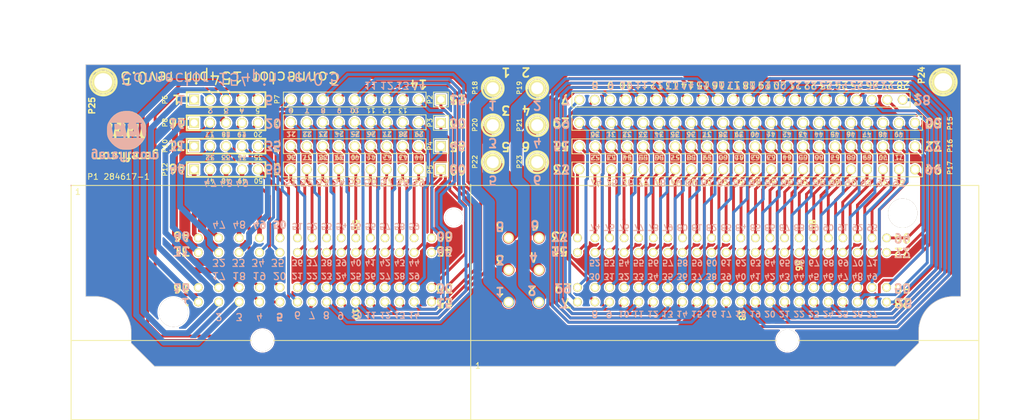
<source format=kicad_pcb>
(kicad_pcb (version 20221018) (generator pcbnew)
  (title_block (title "284617-1 connector break out board") (date "2022-12-08") (rev "R0.4") (company "gerefi"))
  (layers (0 "F.Cu" signal) (31 "B.Cu" signal) (34 "B.Paste" user) (35 "F.Paste" user) (36 "B.SilkS" user "B.Silkscreen") (37 "F.SilkS" user "F.Silkscreen") (38 "B.Mask" user) (39 "F.Mask" user) (44 "Edge.Cuts" user))
  (net 0 "")
  (net 1 "/GND")
  (net 2 "N-000001")
  (net 3 "N-0000010")
  (net 4 "N-00000100")
  (net 5 "N-00000101")
  (net 6 "N-00000102")
  (net 7 "N-00000103")
  (net 8 "N-00000104")
  (net 9 "N-00000105")
  (net 10 "N-00000106")
  (net 11 "N-00000107")
  (net 12 "N-00000108")
  (net 13 "N-00000109")
  (net 14 "N-0000011")
  (net 15 "N-00000110")
  (net 16 "N-00000111")
  (net 17 "N-00000112")
  (net 18 "N-00000113")
  (net 19 "N-00000114")
  (net 20 "N-00000115")
  (net 21 "N-00000116")
  (net 22 "N-00000117")
  (net 23 "N-00000118")
  (net 24 "N-00000119")
  (net 25 "N-0000012")
  (net 26 "N-00000120")
  (net 27 "N-00000121")
  (net 28 "N-00000122")
  (net 29 "N-00000123")
  (net 30 "N-00000124")
  (net 31 "N-00000125")
  (net 32 "N-00000126")
  (net 33 "N-00000127")
  (net 34 "N-00000128")
  (net 35 "N-00000129")
  (net 36 "N-0000013")
  (net 37 "N-00000130")
  (net 38 "N-00000131")
  (net 39 "N-00000132")
  (net 40 "N-00000133")
  (net 41 "N-00000134")
  (net 42 "N-00000135")
  (net 43 "N-00000136")
  (net 44 "N-00000137")
  (net 45 "N-00000138")
  (net 46 "N-00000139")
  (net 47 "N-0000014")
  (net 48 "N-00000140")
  (net 49 "N-00000141")
  (net 50 "N-00000142")
  (net 51 "N-00000143")
  (net 52 "N-00000144")
  (net 53 "N-00000145")
  (net 54 "N-00000146")
  (net 55 "N-00000147")
  (net 56 "N-00000148")
  (net 57 "N-00000149")
  (net 58 "N-0000015")
  (net 59 "N-00000150")
  (net 60 "N-00000151")
  (net 61 "N-00000152")
  (net 62 "N-00000153")
  (net 63 "N-00000154")
  (net 64 "N-00000155")
  (net 65 "N-0000016")
  (net 66 "N-0000017")
  (net 67 "N-0000018")
  (net 68 "N-0000019")
  (net 69 "N-000002")
  (net 70 "N-0000020")
  (net 71 "N-0000021")
  (net 72 "N-0000022")
  (net 73 "N-0000023")
  (net 74 "N-0000024")
  (net 75 "N-0000025")
  (net 76 "N-0000026")
  (net 77 "N-0000027")
  (net 78 "N-0000028")
  (net 79 "N-0000029")
  (net 80 "N-000003")
  (net 81 "N-0000030")
  (net 82 "N-0000031")
  (net 83 "N-0000032")
  (net 84 "N-0000033")
  (net 85 "N-0000034")
  (net 86 "N-0000035")
  (net 87 "N-0000036")
  (net 88 "N-0000037")
  (net 89 "N-0000038")
  (net 90 "N-0000039")
  (net 91 "N-000004")
  (net 92 "N-0000040")
  (net 93 "N-0000041")
  (net 94 "N-0000042")
  (net 95 "N-0000043")
  (net 96 "N-0000044")
  (net 97 "N-0000045")
  (net 98 "N-0000046")
  (net 99 "N-0000047")
  (net 100 "N-0000048")
  (net 101 "N-0000049")
  (net 102 "N-000005")
  (net 103 "N-0000050")
  (net 104 "N-0000051")
  (net 105 "N-0000052")
  (net 106 "N-0000053")
  (net 107 "N-0000054")
  (net 108 "N-0000055")
  (net 109 "N-0000056")
  (net 110 "N-0000057")
  (net 111 "N-0000058")
  (net 112 "N-0000059")
  (net 113 "N-000006")
  (net 114 "N-0000060")
  (net 115 "N-0000061")
  (net 116 "N-0000062")
  (net 117 "N-0000063")
  (net 118 "N-0000064")
  (net 119 "N-0000065")
  (net 120 "N-0000066")
  (net 121 "N-0000067")
  (net 122 "N-0000068")
  (net 123 "N-0000069")
  (net 124 "N-000007")
  (net 125 "N-0000070")
  (net 126 "N-0000071")
  (net 127 "N-0000072")
  (net 128 "N-0000073")
  (net 129 "N-0000074")
  (net 130 "N-0000075")
  (net 131 "N-0000076")
  (net 132 "N-0000077")
  (net 133 "N-0000078")
  (net 134 "N-0000079")
  (net 135 "N-000008")
  (net 136 "N-0000080")
  (net 137 "N-0000081")
  (net 138 "N-0000082")
  (net 139 "N-0000083")
  (net 140 "N-0000085")
  (net 141 "N-0000086")
  (net 142 "N-0000087")
  (net 143 "N-0000088")
  (net 144 "N-0000089")
  (net 145 "N-000009")
  (net 146 "N-0000090")
  (net 147 "N-0000091")
  (net 148 "N-0000092")
  (net 149 "N-0000093")
  (net 150 "N-0000094")
  (net 151 "N-0000095")
  (net 152 "N-0000096")
  (net 153 "N-0000097")
  (net 154 "N-0000098")
  (net 155 "N-0000099")
  (footprint "PIN_ARRAY_9x1" (layer "F.Cu") (at 121.12 101)
    (fp_text reference "P7")
    (fp_text value "CONN_9" hide)
  )
  (footprint "PIN_ARRAY_9x1" (layer "F.Cu") (at 121.12 105)
    (fp_text reference "P9")
    (fp_text value "CONN_9" hide)
  )
  (footprint "PIN_ARRAY_9x1" (layer "F.Cu") (at 121.12 109)
    (fp_text reference "P11")
    (fp_text value "CONN_9" hide)
  )
  (footprint "PIN_ARRAY_9x1" (layer "F.Cu") (at 121.12 113)
    (fp_text reference "P13")
    (fp_text value "CONN_9" hide)
  )
  (footprint "PIN_ARRAY_5x1" (layer "F.Cu") (at 99.06 101)
    (fp_text reference "P6")
    (fp_text value "CONN_5" hide)
  )
  (footprint "PIN_ARRAY_5x1" (layer "F.Cu") (at 99.06 105)
    (fp_text reference "P8")
    (fp_text value "CONN_5" hide)
  )
  (footprint "PIN_ARRAY_5x1" (layer "F.Cu") (at 99.06 109)
    (fp_text reference "P10")
    (fp_text value "CONN_5" hide)
  )
  (footprint "PIN_ARRAY_5x1" (layer "F.Cu") (at 99.06 113)
    (fp_text reference "P12")
    (fp_text value "CONN_5" hide)
  )
  (footprint "1pin(m)" (layer "F.Cu") (at 144.78 99.06)
    (fp_text reference "P18")
    (fp_text value "CONN_1" hide)
  )
  (footprint "1pin(m)" (layer "F.Cu") (at 152.4 99.06)
    (fp_text reference "P19")
    (fp_text value "CONN_1" hide)
  )
  (footprint "1pin(m)" (layer "F.Cu") (at 144.78 105.41)
    (fp_text reference "P20")
    (fp_text value "CONN_1" hide)
  )
  (footprint "1pin(m)" (layer "F.Cu") (at 152.4 105.41)
    (fp_text reference "P21")
    (fp_text value "CONN_1" hide)
  )
  (footprint "1pin(m)" (layer "F.Cu") (at 144.78 111.76)
    (fp_text reference "P22")
    (fp_text value "CONN_1" hide)
  )
  (footprint "1pin(m)" (layer "F.Cu") (at 152.4 111.76)
    (fp_text reference "P23")
    (fp_text value "CONN_1" hide)
  )
  (footprint "PIN_ARRAY_1" (layer "F.Cu") (at 135.89 113)
    (fp_text reference "P5")
    (fp_text value "CONN_1" hide)
  )
  (footprint "PIN_ARRAY_1" (layer "F.Cu") (at 135.89 109)
    (fp_text reference "P4")
    (fp_text value "CONN_1" hide)
  )
  (footprint "PIN_ARRAY_1" (layer "F.Cu") (at 135.89 105)
    (fp_text reference "P3")
    (fp_text value "CONN_1" hide)
  )
  (footprint "PIN_ARRAY_1" (layer "F.Cu") (at 135.89 101)
    (fp_text reference "P2")
    (fp_text value "CONN_1" hide)
  )
  (footprint "PIN_ARRAY_22x1" (layer "F.Cu") (at 187.36 101)
    (fp_text reference "P14")
    (fp_text value "CONN_22" hide)
  )
  (footprint "PIN_ARRAY_22x1" (layer "F.Cu") (at 188.36 113)
    (fp_text reference "P17")
    (fp_text value "CONN_22" hide)
  )
  (footprint "PIN_ARRAY_22x1" (layer "F.Cu") (at 188.39 109)
    (fp_text reference "P16")
    (fp_text value "CONN_22" hide)
  )
  (footprint "PIN_ARRAY_22x1" (layer "F.Cu") (at 188.39 105)
    (fp_text reference "P15")
    (fp_text value "CONN_22" hide)
  )
  (footprint "1pin" (layer "F.Cu") (at 78 98)
    (fp_text reference "P25")
    (fp_text value "CONN_1" hide)
  )
  (footprint "1pin" (layer "F.Cu") (at 222 98)
    (fp_text reference "P24")
    (fp_text value "CONN_1" hide)
  )
  (footprint "gerefi_lib:LOGO" (layer "F.Cu") (at 82 106.25 180)
    (fp_text reference "G?" hide)
    (fp_text value "LOGO" hide)
  )
  (footprint "gerefi_lib:284617-1" (layer "F.Cu") (at 72.5 115.75)
    (fp_text reference "P1")
    (fp_text value "284617-1")
  )
  (footprint "gerefi_lib:LOGO_F" (layer "B.Cu") (at 82 106.25 180)
    (fp_text reference "G?" hide)
    (fp_text value "LOGO" hide)
  )
  (gr_line (start 213.8 146.8) (end 217.8 142.8) (stroke (width 0.1)) (layer "Edge.Cuts"))
  (gr_line (start 225 95) (end 225 134.8) (stroke (width 0.1)) (layer "Edge.Cuts"))
  (gr_arc (start 76.6 134.8) (mid 80.984062 136.615938) (end 82.8 141) (stroke (width 0.1)) (layer "Edge.Cuts"))
  (gr_line (start 82.8 142.8) (end 86.8 146.8) (stroke (width 0.1)) (layer "Edge.Cuts"))
  (gr_line (start 217.8 142.8) (end 217.8 140.8) (stroke (width 0.1)) (layer "Edge.Cuts"))
  (gr_line (start 223.8 134.8) (end 225 134.8) (stroke (width 0.1)) (layer "Edge.Cuts"))
  (gr_line (start 75 134.8) (end 76.6 134.8) (stroke (width 0.1)) (layer "Edge.Cuts"))
  (gr_arc (start 217.8 140.8) (mid 219.557359 136.557359) (end 223.8 134.8) (stroke (width 0.1)) (layer "Edge.Cuts"))
  (gr_line (start 75 134.8) (end 75 95) (stroke (width 0.1)) (layer "Edge.Cuts"))
  (gr_line (start 86.8 146.8) (end 213.8 146.8) (stroke (width 0.1)) (layer "Edge.Cuts"))
  (gr_line (start 75 95) (end 225 95) (stroke (width 0.1)) (layer "Edge.Cuts"))
  (gr_line (start 82.8 142.8) (end 82.8 141) (stroke (width 0.1)) (layer "Edge.Cuts"))
  (gr_text "Connector 154pin rev0.5" (at 99.87 97.44 180) (layer "B.SilkS") (effects (font (size 2 2) (thickness 0.25)) (justify mirror)))
  (gr_text "14" (at 132.07 98.58 -180) (layer "B.SilkS") (effects (font (size 1.2 1.2) (thickness 0.2)) (justify mirror)))
  (gr_text "19" (at 104.78392 131.26 -180) (layer "B.SilkS") (effects (font (size 1.2 1.2) (thickness 0.2)) (justify mirror)))
  (gr_text "10" (at 120.98 102.88 -180) (layer "B.SilkS") (effects (font (size 0.8 0.8)) (justify mirror)))
  (gr_text "7" (at 156.845 135.89 180) (layer "B.SilkS") (effects (font (size 1.5 1.5) (thickness 0.3)) (justify mirror)))
  (gr_text "15" (at 180.81647 98.58 -180) (layer "B.SilkS") (effects (font (size 1.2 1.2) (thickness 0.2)) (justify mirror)))
  (gr_text "54" (at 118.37625 115.24 -180) (layer "B.SilkS") (effects (font (size 1.2 1.2) (thickness 0.2)) (justify mirror)))
  (gr_text "32" (at 167.254627 131.35 -180) (layer "B.SilkS") (effects (font (size 1 1) (thickness 0.2)) (justify mirror)))
  (gr_text "72" (at 220.24 108.9 180) (layer "B.SilkS") (effects (font (size 1.5 1.5) (thickness 0.3)) (justify mirror)))
  (gr_text "48" (at 211.607889 107.02 -180) (layer "B.SilkS") (effects (font (size 0.8 0.8)) (justify mirror)))
  (gr_text "66" (at 200.669469 110.94 -180) (layer "B.SilkS") (effects (font (size 0.8 0.8)) (justify mirror)))
  (gr_text "63" (at 189.826717 129.01 -180) (layer "B.SilkS") (effects (font (size 1 1) (thickness 0.2)) (justify mirror)))
  (gr_text "90" (at 206.204736 115.24 -180) (layer "B.SilkS") (effects (font (size 1.2 1.2) (thickness 0.2)) (justify mirror)))
  (gr_text "28" (at 129.34125 106.95 -180) (layer "B.SilkS") (effects (font (size 0.8 0.8)) (justify mirror)))
  (gr_text "33" (at 99.08 110.94 -180) (layer "B.SilkS") (effects (font (size 0.8 0.8)) (justify mirror)))
  (gr_text "9" (at 165.02 98.58 -180) (layer "B.SilkS") (effects (font (size 1.2 1.2) (thickness 0.2)) (justify mirror)))
  (gr_text "5" (at 106.4 101.01 180) (layer "B.SilkS") (effects (font (size 1.5 1.5) (thickness 0.3)) (justify mirror)))
  (gr_text "27" (at 209.82 137.79 -180) (layer "B.SilkS") (effects (font (size 1 1) (thickness 0.2)) (justify mirror)))
  (gr_text "13" (at 175.545882 98.58 -180) (layer "B.SilkS") (effects (font (size 1.2 1.2) (thickness 0.2)) (justify mirror)))
  (gr_text "12" (at 172.258234 137.79 -180) (layer "B.SilkS") (effects (font (size 1 1) (thickness 0.2)) (justify mirror)))
  (gr_text "23" (at 201.898822 98.58 -180) (layer "B.SilkS") (effects (font (size 1.2 1.2) (thickness 0.2)) (justify mirror)))
  (gr_text "66" (at 197.339458 129.01 -180) (layer "B.SilkS") (effects (font (size 1 1) (thickness 0.2)) (justify mirror)))
  (gr_text "70" (at 211.637889 110.94 -180) (layer "B.SilkS") (effects (font (size 0.8 0.8)) (justify mirror)))
  (gr_text "20" (at 192.29117 137.79 -180) (layer "B.SilkS") (effects (font (size 1 1) (thickness 0.2)) (justify mirror)))
  (gr_text "13" (at 174.762351 137.79 -180) (layer "B.SilkS") (effects (font (size 1 1) (thickness 0.2)) (justify mirror)))
  (gr_text "62" (at 187.32247 129.01 -180) (layer "B.SilkS") (effects (font (size 1 1) (thickness 0.2)) (justify mirror)))
  (gr_text "32" (at 96.34 110.94 -180) (layer "B.SilkS") (effects (font (size 0.8 0.8)) (justify mirror)))
  (gr_text "40" (at 189.671049 107.02 -180) (layer "B.SilkS") (effects (font (size 0.8 0.8)) (justify mirror)))
  (gr_text "81" (at 181.558947 115.24 -180) (layer "B.SilkS") (effects (font (size 1.2 1.2) (thickness 0.2)) (justify mirror)))
  (gr_text "22" (at 112.90875 106.95 -180) (layer "B.SilkS") (effects (font (size 0.8 0.8)) (justify mirror)))
  (gr_text "46" (at 206.123679 107.02 -180) (layer "B.SilkS") (effects (font (size 0.8 0.8)) (justify mirror)))
  (gr_text "5" (at 144.79 114.84 180) (layer "B.SilkS") (effects (font (size 1.5 1.5) (thickness 0.3)) (justify mirror)))
  (gr_text "20" (at 193.99294 98.58 -180) (layer "B.SilkS") (effects (font (size 1.2 1.2) (thickness 0.2)) (justify mirror)))
  (gr_text "45" (at 199.789324 131.35 -180) (layer "B.SilkS") (effects (font (size 1 1) (thickness 0.2)) (justify mirror)))
  (gr_text "53" (at 115.6375 115.24 -180) (layer "B.SilkS") (effects (font (size 1.2 1.2) (thickness 0.2)) (justify mirror)))
  (gr_text "10" (at 167.64 98.58 -180) (layer "B.SilkS") (effects (font (size 1.2 1.2) (thickness 0.2)) (justify mirror)))
  (gr_text "39" (at 184.77331 131.35 -180) (layer "B.SilkS") (effects (font (size 1 1) (thickness 0.2)) (justify mirror)))
  (gr_text "37" (at 179.767972 131.35 -180) (layer "B.SilkS") (effects (font (size 1 1) (thickness 0.2)) (justify mirror)))
  (gr_text "81" (at 179.778683 122.93 -180) (layer "B.SilkS") (effects (font (size 1 1) (thickness 0.2)) (justify mirror)))
  (gr_text "71" (at 209.860711 129.01 -180) (layer "B.SilkS") (effects (font (size 1 1) (thickness 0.2)) (justify mirror)))
  (gr_text "21" (at 196.628234 98.58 -180) (layer "B.SilkS") (effects (font (size 1.2 1.2) (thickness 0.2)) (justify mirror)))
  (gr_text "41" (at 189.778648 131.35 -180) (layer "B.SilkS") (effects (font (size 1 1) (thickness 0.2)) (justify mirror)))
  (gr_text "41" (at 123.80625 128.98 -180) (layer "B.SilkS") (effects (font (size 1 1) (thickness 0.2)) (justify mirror)))
  (gr_text "18" (at 101.31196 131.26 -180) (layer "B.SilkS") (effects (font (size 1.2 1.2) (thickness 0.2)) (justify mirror)))
  (gr_text "10" (at 167.25 137.79 -180) (layer "B.SilkS") (effects (font (size 1 1) (thickness 0.2)) (justify mirror)))
  (gr_text "65" (at 197.927364 110.94 -180) (layer "B.SilkS") (effects (font (size 0.8 0.8)) (justify mirror)))
  (gr_text "52" (at 113.80125 122.74 -180) (layer "B.SilkS") (effects (font (size 1 1) (thickness 0.2)) (justify mirror)))
  (gr_text "46" (at 202.291993 131.35 -180) (layer "B.SilkS") (effects (font (size 1 1) (thickness 0.2)) (justify mirror)))
  (gr_text "35" (at 107.935 128.98 -180) (layer "B.SilkS") (effects (font (size 1.2 1.2) (thickness 0.2)) (justify mirror)))
  (gr_text "51" (at 111.3 122.74 -180) (layer "B.SilkS") (effects (font (size 1 1) (thickness 0.2)) (justify mirror)))
  (gr_text "38" (at 115.6275 110.94 -180) (layer "B.SilkS") (effects (font (size 0.8 0.8)) (justify mirror)))
  (gr_text "30" (at 162.249999 107.02 -180) (layer "B.SilkS") (effects (font (size 0.8 0.8)) (justify mirror)))
  (gr_text "29" (at 132.08 106.95 -180) (layer "B.SilkS") (effects (font (size 0.8 0.8)) (justify mirror)))
  (gr_text "43" (at 129.32125 110.94 -180) (layer "B.SilkS") (effects (font (size 0.8 0.8)) (justify mirror)))
  (gr_text "14" (at 177.266468 137.79 -180) (layer "B.SilkS") (effects (font (size 1 1) (thickness 0.2)) (justify mirror)))
  (gr_text "37" (at 112.88875 110.94 -180) (layer "B.SilkS") (effects (font (size 0.8 0.8)) (justify mirror)))
  (gr_text "42" (at 126.3075 128.98 -180) (layer "B.SilkS") (effects (font (size 1 1) (thickness 0.2)) (justify mirror)))
  (gr_text "48" (at 101.311961 122.4235 180) (layer "B.SilkS") (effects (font (size 1.2 1.2) (thickness 0.2)) (justify mirror)))
  (gr_text "46" (at 91.44 124.46 180) (layer "B.SilkS") (effects (font (size 1.5 1.5) (thickness 0.3)) (justify mirror)))
  (gr_text "52" (at 112.89875 115.24 -180) (layer "B.SilkS") (effects (font (size 1.2 1.2) (thickness 0.2)) (justify mirror)))
  (gr_text "43" (at 194.783986 131.35 -180) (layer "B.SilkS") (effects (font (size 1 1) (thickness 0.2)) (justify mirror)))
  (gr_text "22" (at 199.263528 98.58 -180) (layer "B.SilkS") (effects (font (size 1.2 1.2) (thickness 0.2)) (justify mirror)))
  (gr_text "26" (at 123.86375 106.95 -180) (layer "B.SilkS") (effects (font (size 0.8 0.8)) (justify mirror)))
  (gr_text "79" (at 176.082105 115.24 -180) (layer "B.SilkS") (effects (font (size 1.2 1.2) (thickness 0.2)) (justify mirror)))
  (gr_text "24" (at 204.534116 98.58 -180) (layer "B.SilkS") (effects (font (size 1.2 1.2) (thickness 0.2)) (justify mirror)))
  (gr_text "90" (at 202.302704 122.93 -180) (layer "B.SilkS") (effects (font (size 1 1) (thickness 0.2)) (justify mirror)))
  (gr_text "3" (at 101.311961 138.2865 180) (layer "B.SilkS") (effects (font (size 1.2 1.2) (thickness 0.2)) (justify mirror)))
  (gr_text "33" (at 169.757296 131.35 -180) (layer "B.SilkS") (effects (font (size 1 1) (thickness 0.2)) (justify mirror)))
  (gr_text "71" (at 214.38 110.94 -180) (layer "B.SilkS") (effects (font (size 0.8 0.8)) (justify mirror)))
  (gr_text "14" (at 131.31 137.97 -180) (layer "B.SilkS") (effects (font (size 1 1) (thickness 0.2)) (justify mirror)))
  (gr_text "44" (at 200.639469 107.02 -180) (layer "B.SilkS") (effects (font (size 0.8 0.8)) (justify mirror)))
  (gr_text "1" (at 144.75 102 180) (layer "B.SilkS") (effects (font (size 1.5 1.5) (thickness 0.3)) (justify mirror)))
  (gr_text "49" (at 214.35 107.02 -180) (layer "B.SilkS") (effects (font (size 0.8 0.8)) (justify mirror)))
  (gr_text "53" (at 165.022104 110.94 -180) (layer "B.SilkS") (effects (font (size 0.8 0.8)) (justify mirror)))
  (gr_text "26" (at 207.315872 137.79 -180) (layer "B.SilkS") (effects (font (size 1 1) (thickness 0.2)) (justify mirror)))
  (gr_text "62" (at 189.701049 110.94 -180) (layer "B.SilkS") (effects (font (size 0.8 0.8)) (justify mirror)))
  (gr_text "25" (at 121.125 106.95 -180) (layer "B.SilkS") (effects (font (size 0.8 0.8)) (justify mirror)))
  (gr_text "48" (at 99.076666 115.24 -180) (layer "B.SilkS") (effects (font (size 1.2 1.2) (thickness 0.2)) (justify mirror)))
  (gr_text "59" (at 132.07 115.24 -180) (layer "B.SilkS") (effects (font (size 1.2 1.2) (thickness 0.2)) (justify mirror)))
  (gr_text "54" (at 167.764209 110.94 -180) (layer "B.SilkS") (effects (font (size 0.8 0.8)) (justify mirror)))
  (gr_text "42" (at 126.5825 110.94 -180) (layer "B.SilkS") (effects (font (size 0.8 0.8)) (justify mirror)))
  (gr_text "82" (at 184.297368 115.24 -180) (layer "B.SilkS") (effects (font (size 1.2 1.2) (thickness 0.2)) (justify mirror)))
  (gr_text "17" (at 184.778819 137.79 -180) (layer "B.SilkS") (effects (font (size 1 1) (thickness 0.2)) (justify mirror)))
  (gr_text "40" (at 121.305 128.98 -180) (layer "B.SilkS") (effects (font (size 1 1) (thickness 0.2)) (justify mirror)))
  (gr_text "79" (at 174.773345 122.93 -180) (layer "B.SilkS") (effects (font (size 1 1) (thickness 0.2)) (justify mirror)))
  (gr_text "28" (at 218.425 101.02 180) (layer "B.SilkS") (effects (font (size 1.5 1.5) (thickness 0.3)) (justify mirror)))
  (gr_text "55" (at 169.792741 129.01 -180) (layer "B.SilkS") (effects (font (size 1 1) (thickness 0.2)) (justify mirror)))
  (gr_text "91" (at 204.805373 122.93 -180) (layer "B.SilkS") (effects (font (size 1 1) (thickness 0.2)) (justify mirror)))
  (gr_text "16\n" (at 91.44 133.35 180) (layer "B.SilkS") (effects (font (size 1.5 1.5) (thickness 0.3)) (justify mirror)))
  (gr_text "55" (at 121.305 122.74 -180) (layer "B.SilkS") (effects (font (size 1 1) (thickness 0.2)) (justify mirror)))
  (gr_text "17" (at 186.087058 98.58 -180) (layer "B.SilkS") (effects (font (size 1.2 1.2) (thickness 0.2)) (justify mirror)))
  (gr_text "49" (at 101.803332 115.24 -180) (layer "B.SilkS") (effects (font (size 1.2 1.2) (thickness 0.2)) (justify mirror)))
  (gr_text "24" (at 118.38625 106.95 -180) (layer "B.SilkS") (effects (font (size 0.8 0.8)) (justify mirror)))
  (gr_text "23" (at 116.3025 131.26 -180) (layer "B.SilkS") (effects (font (size 1 1) (thickness 0.2)) (justify mirror)))
  (gr_text "92" (at 211.681578 115.24 -180) (layer "B.SilkS") (effects (font (size 1.2 1.2) (thickness 0.2)) (justify mirror)))
  (gr_text "55" (at 121.115 115.24 -180) (layer "B.SilkS") (effects (font (size 1.2 1.2) (thickness 0.2)) (justify mirror)))
  (gr_text "45" (at 138.77 108.9 180) (layer "B.SilkS") (effects (font (size 1.5 1.5) (thickness 0.3)) (justify mirror)))
  (gr_text "40" (at 187.275979 131.35 -180) (layer "B.SilkS") (effects (font (size 1 1) (thickness 0.2)) (justify mirror)))
  (gr_text "5" (at 146 122.75 180) (layer "B.SilkS") (effects (font (size 1.5 1.5) (thickness 0.3)) (justify mirror)))
  (gr_text "6" (at 152.4 114.75 180) (layer "B.SilkS") (effects (font (size 1.5 1.5) (thickness 0.3)) (justify mirror)))
  (gr_text "53" (at 116.3025 122.74 -180) (layer "B.SilkS") (effects (font (size 1 1) (thickness 0.2)) (justify mirror)))
  (gr_text "50" (at 215 133.35 180) (layer "B.SilkS") (effects (font (size 1.5 1.5) (thickness 0.3)) (justify mirror)))
  (gr_text "94" (at 215 124.75 180) (layer "B.SilkS") (effects (font (size 1.5 1.5) (thickness 0.3)) (justify mirror)))
  (gr_text "77" (at 169.768007 122.93 -180) (layer "B.SilkS") (effects (font (size 1 1) (thickness 0.2)) (justify mirror)))
  (gr_text "58" (at 178.732629 110.94 -180) (layer "B.SilkS") (effects (font (size 0.8 0.8)) (justify mirror)))
  (gr_text "64" (at 192.330964 129.01 -180) (layer "B.SilkS") (effects (font (size 1 1) (thickness 0.2)) (justify mirror)))
  (gr_text "35" (at 175.960524 107.02 -180) (layer "B.SilkS") (effects (font (size 0.8 0.8)) (justify mirror)))
  (gr_text "36" (at 111.3 128.98 -180) (layer "B.SilkS") (effects (font (size 1 1) (thickness 0.2)) (justify mirror)))
  (gr_text "93\n" (at 209.810711 122.93 -180) (layer "B.SilkS") (effects (font (size 1 1) (thickness 0.2)) (justify mirror)))
  (gr_text "3" (at 144.78 108.42 180) (layer "B.SilkS") (effects (font (size 1.5 1.5) (thickness 0.3)) (justify mirror)))
  (gr_text "22" (at 197.299404 137.79 -180) (layer "B.SilkS") (effects (font (size 1 1) (thickness 0.2)) (justify mirror)))
  (gr_text "80" (at 177.276014 122.93 -180) (layer "B.SilkS") (effects (font (size 1 1) (thickness 0.2)) (justify mirror)))
  (gr_text "34" (at 104.57 128.98 -180) (layer "B.SilkS") (effects (font (size 1.2 1.2) (thickness 0.2)) (justify mirror)))
  (gr_text "73" (at 156.575714 112.93 180) (layer "B.SilkS") (effects (font (size 1.5 1.5) (thickness 0.3)) (justify mirror)))
  (gr_text "45" (at 203.381574 107.02 -180) (layer "B.SilkS") (effects (font (size 0.8 0.8)) (justify mirror)))
  (gr_text "84" (at 189.77421 115.24 -180) (layer "B.SilkS") (effects (font (size 1.2 1.2) (thickness 0.2)) (justify mirror)))
  (gr_text "53" (at 164.784247 129.01 -180) (layer "B.SilkS") (effects (font (size 1 1) (thickness 0.2)) (justify mirror)))
  (gr_text "78" (at 173.343684 115.24 -180) (layer "B.SilkS") (effects (font (size 1.2 1.2) (thickness 0.2)) (justify mirror)))
  (gr_text "57" (at 175.990524 110.94 -180) (layer "B.SilkS") (effects (font (size 0.8 0.8)) (justify mirror)))
  (gr_text "74" (at 162.26 122.93 -180) (layer "B.SilkS") (effects (font (size 1 1) (thickness 0.2)) (justify mirror)))
  (gr_text "20" (at 108.255882 131.26 -180) (layer "B.SilkS") (effects (font (size 1.2 1.2) (thickness 0.2)) (justify mirror)))
  (gr_text "7" (at 113.773334 137.97 -180) (layer "B.SilkS") (effects (font (size 1.2 1.2) (thickness 0.2)) (justify mirror)))
  (gr_text "9" (at 164.72 137.79 -180) (layer "B.SilkS") (effects (font (size 1.2 1.2) (thickness 0.2)) (justify mirror)))
  (gr_text "28" (at 215.265 135.89 180) (layer "B.SilkS") (effects (font (size 1.5 1.5) (thickness 0.3)) (justify mirror)))
  (gr_text "2" (at 96.44 102.88 -180) (layer "B.SilkS") (effects (font (size 0.8 0.8)) (justify mirror)))
  (gr_text "36" (at 178.702629 107.02 -180) (layer "B.SilkS") (effects (font (size 0.8 0.8)) (justify mirror)))
  (gr_text "29" (at 156.845 133.35 180) (layer "B.SilkS") (effects (font (size 1.5 1.5) (thickness 0.3)) (justify mirror)))
  (gr_text "19" (at 101.783332 107.02 -180) (layer "B.SilkS") (effects (font (size 0.8 0.8)) (justify mirror)))
  (gr_text "34" (at 101.82 110.94 -180) (layer "B.SilkS") (effects (font (size 0.8 0.8)) (justify mirror)))
  (gr_text "50" (at 107.114286 112.89 180) (layer "B.SilkS") (effects (font (size 1.5 1.5) (thickness 0.3)) (justify mirror)))
  (gr_text "19" (at 189.787053 137.79 -180) (layer "B.SilkS") (effects (font (size 1 1) (thickness 0.2)) (justify mirror)))
  (gr_text "6" (at 111.300001 137.97 -180) (layer "B.SilkS") (effects (font (size 1.2 1.2) (thickness 0.2)) (justify mirror)))
  (gr_text "28" (at 128.80875 131.26 -180) (layer "B.SilkS") (effects (font (size 1 1) (thickness 0.2)) (justify mirror)))
  (gr_text "69" (at 204.852199 129.01 -180) (layer "B.SilkS") (effects (font (size 1 1) (thickness 0.2)) (justify mirror)))
  (gr_text "16\n" (at 90.69 105.08 180) (layer "B.SilkS") (effects (font (size 1.5 1.5) (thickness 0.3)) (justify mirror)))
  (gr_text "59" (at 131.31 122.74 -180) (layer "B.SilkS") (effects (font (size 1 1) (thickness 0.2)) (justify mirror)))
  (gr_text "16" (at 183.451764 98.58 -180) (layer "B.SilkS") (effects (font (size 1.2 1.2) (thickness 0.2)) (justify mirror)))
  (gr_text "50" (at 108.255883 122.4235 180) (layer "B.SilkS") (effects (font (size 1.2 1.2) (thickness 0.3)) (justify mirror)))
  (gr_text "9" (at 118.72 138.05 -180) (layer "B.SilkS") (effects (font (size 1.2 1.2) (thickness 0.2)) (justify mirror)))
  (gr_text "6" (at 152 122.5 180) (layer "B.SilkS") (effects (font (size 1.5 1.5) (thickness 0.3)) (justify mirror)))
  (gr_text "89" (at 199.800035 122.93 -180) (layer "B.SilkS") (effects (font (size 1 1) (thickness 0.2)) (justify mirror)))
  (gr_text "43" (at 128.80875 128.98 -180) (layer "B.SilkS") (effects (font (size 1 1) (thickness 0.2)) (justify mirror)))
  (gr_text "42" (at 195.155259 107.02 -180) (layer "B.SilkS") (effects (font (size 0.8 0.8)) (justify mirror)))
  (gr_text "60" (at 136.525 124.46 180) (layer "B.SilkS") (effects (font (size 1.5 1.5) (thickness 0.3)) (justify mirror)))
  (gr_text "32" (at 167.734209 107.02 -180) (layer "B.SilkS") (effects (font (size 0.8 0.8)) (justify mirror)))
  (gr_text "56" (at 173.248419 110.94 -180) (layer "B.SilkS") (effects (font (size 0.8 0.8)) (justify mirror)))
  (gr_text "7" (at 112.873333 102.88 -180) (layer "B.SilkS") (effects (font (size 0.8 0.8)) (justify mirror)))
  (gr_text "58" (at 177.305482 129.01 -180) (layer "B.SilkS") (effects (font (size 1 1) (thickness 0.2)) (justify mirror)))
  (gr_text "56" (at 123.80625 122.74 -180) (layer "B.SilkS") (effects (font (size 1 1) (thickness 0.2)) (justify mirror)))
  (gr_text "52" (at 162.28 129.01 -180) (layer "B.SilkS") (effects (font (size 1 1) (thickness 0.2)) (justify mirror)))
  (gr_text "18" (at 187.282936 137.79 -180) (layer "B.SilkS") (effects (font (size 1 1) (thickness 0.2)) (justify mirror)))
  (gr_text "57" (at 126.3075 122.74 -180) (layer "B.SilkS") (effects (font (size 1 1) (thickness 0.2)) (justify mirror)))
  (gr_text "27" (at 126.6025 106.95 -180) (layer "B.SilkS") (effects (font (size 0.8 0.8)) (justify mirror)))
  (gr_text "12" (at 172.910588 98.58 -180) (layer "B.SilkS") (effects (font (size 1.2 1.2) (thickness 0.2)) (justify mirror)))
  (gr_text "60" (at 182.313976 129.01 -180) (layer "B.SilkS") (effects (font (size 1 1) (thickness 0.2)) (justify mirror)))
  (gr_text "4" (at 151.75 128 180) (layer "B.SilkS") (effects (font (size 1.5 1.5) (thickness 0.3)) (justify mirror)))
  (gr_text "10" (at 121.43 137.98 -180) (layer "B.SilkS") (effects (font (size 1 1) (thickness 0.2)) (justify mirror)))
  (gr_text "47" (at 204.794662 131.35 -180) (layer "B.SilkS") (effects (font (size 1 1) (thickness 0.2)) (justify mirror)))
  (gr_text "20" (at 107.114286 105.05 180) (layer "B.SilkS") (effects (font (size 1.5 1.5) (thickness 0.3)) (justify mirror)))
  (gr_text "61" (at 186.958944 110.94 -180) (layer "B.SilkS") (effects (font (size 0.8 0.8)) (justify mirror)))
  (gr_text "57" (at 126.5925 115.24 -180) (layer "B.SilkS") (effects (font (size 1.2 1.2) (thickness 0.2)) (justify mirror)))
  (gr_text "59" (at 181.474734 110.94 -180) (layer "B.SilkS") (effects (font (size 0.8 0.8)) (justify mirror)))
  (gr_text "51" (at 156.21 127 180) (layer "B.SilkS") (effects (font (size 1.5 1.5) (thickness 0.3)) (justify mirror)))
  (gr_text "38" (at 182.270641 131.35 -180) (layer "B.SilkS") (effects (font (size 1 1) (thickness 0.2)) (justify mirror)))
  (gr_text "39" (at 118.80375 128.98 -180) (layer "B.SilkS") (effects (font (size 1 1) (thickness 0.2)) (justify mirror)))
  (gr_text "11" (at 170.275294 98.58 -180) (layer "B.SilkS") (effects (font (size 1.2 1.2) (thickness 0.2)) (justify mirror)))
  (gr_text "30" (at 162.249289 131.35 -180) (layer "B.SilkS") (effects (font (size 1 1) (thickness 0.2)) (justify mirror)))
  (gr_text "21" (at 111.3 131.26 -180) (layer "B.SilkS") (effects (font (size 1 1) (thickness 0.2)) (justify mirror)))
  (gr_text "24" (at 118.80375 131.26 -180) (layer "B.SilkS") (effects (font (size 1 1) (thickness 0.2)) (justify mirror)))
  (gr_text "58" (at 128.80875 122.74 -180) (layer "B.SilkS") (effects (font (size 1 1) (thickness 0.2)) (justify mirror)))
  (gr_text "27" (at 212.44 98.58 -180) (layer "B.SilkS") (effects (font (size 1.2 1.2) (thickness 0.2)) (justify mirror)))
  (gr_text "64" (at 195.185259 110.94 -180) (layer "B.SilkS") (effects (font (size 0.8 0.8)) (justify mirror)))
  (gr_text "36" (at 177.265303 131.35 -180) (layer "B.SilkS") (effects (font (size 1 1) (thickness 0.2)) (justify mirror)))
  (gr_text "54" (at 167.288494 129.01 -180) (layer "B.SilkS") (effects (font (size 1 1) (thickness 0.2)) (justify mirror)))
  (gr_text "8" (at 116.246667 137.97 -180) (layer "B.SilkS") (effects (font (size 1.2 1.2) (thickness 0.2)) (justify mirror)))
  (gr_text "39" (at 186.928944 107.02 -180) (layer "B.SilkS") (effects (font (size 0.8 0.8)) (justify mirror)))
  (gr_text "76" (at 167.265338 122.93 -180) (layer "B.SilkS") (effects (font (size 1 1) (thickness 0.2)) (justify mirror)))
  (gr_text "16" (at 182.274702 137.79 -180) (layer "B.SilkS") (effects (font (size 1 1) (thickness 0.2)) (justify mirror)))
  (gr_text "49" (at 104.783921 122.4235 180) (layer "B.SilkS") (effects (font (size 1.2 1.2) (thickness 0.3)) (justify mirror)))
  (gr_text "22" (at 113.80125 131.26 -180) (layer "B.SilkS") (effects (font (size 1 1) (thickness 0.2)) (justify mirror)))
  (gr_text "25" (at 207.16941 98.58 -180) (layer "B.SilkS") (effects (font (size 1.2 1.2) (thickness 0.2)) (justify mirror)))
  (gr_text "51" (at 156.575714 108.93 180) (layer "B.SilkS") (effects (font (size 1.5 1.5) (thickness 0.3)) (justify mirror)))
  (gr_text "72" (at 215 127.25 180) (layer "B.SilkS") (effects (font (size 1.5 1.5) (thickness 0.3)) (justify mirror)))
  (gr_text "14" (at 178.181176 98.58 -180) (layer "B.SilkS") (effects (font (size 1.2 1.2) (thickness 0.2)) (justify mirror)))
  (gr_text "47" (at 96.35 115.24 -180) (layer "B.SilkS") (effects (font (size 1.2 1.2) (thickness 0.2)) (justify mirror)))
  (gr_text "35" (at 174.762634 131.35 -180) (layer "B.SilkS") (effects (font (size 1 1) (thickness 0.2)) (justify mirror)))
  (gr_text "60" (at 184.216839 110.94 -180) (layer "B.SilkS") (effects (font (size 0.8 0.8)) (justify mirror)))
  (gr_text "40" (at 121.105 110.94 -180) (layer "B.SilkS") (effects (font (size 0.8 0.8)) (justify mirror)))
  (gr_text "88" (at 197.297366 122.93 -180) (layer "B.SilkS") (effects (font (size 1 1) (thickness 0.2)) (justify mirror)))
  (gr_text "56" (at 172.296988 129.01 -180) (layer "B.SilkS") (effects (font (size 1 1) (thickness 0.2)) (justify mirror)))
  (gr_text "51" (at 110.16 115.24 -180) (layer "B.SilkS") (effects (font (size 1.2 1.2) (thickness 0.2)) (justify mirror)))
  (gr_text "63" (at 192.443154 110.94 -180) (layer "B.SilkS") (effects (font (size 0.8 0.8)) (justify mirror)))
  (gr_text "35" (at 107.114286 108.89 180) (layer "B.SilkS") (effects (font (size 1.5 1.5) (thickness 0.3)) (justify mirror)))
  (gr_text "18" (at 188.722352 98.58 -180) (layer "B.SilkS") (effects (font (size 1.2 1.2) (thickness 0.2)) (justify mirror)))
  (gr_text "70" (at 207.356446 129.01 -180) (layer "B.SilkS") (effects (font (size 1 1) (thickness 0.2)) (justify mirror)))
  (gr_text "44" (at 197.286655 131.35 -180) (layer "B.SilkS") (effects (font (size 1 1) (thickness 0.2)) (justify mirror)))
  (gr_text "55" (at 170.506314 110.94 -180) (layer "B.SilkS") (effects (font (size 0.8 0.8)) (justify mirror)))
  (gr_text "31" (at 90.69 108.92 180) (layer "B.SilkS") (effects (font (size 1.5 1.5) (thickness 0.3)) (justify mirror)))
  (gr_text "41" (at 123.84375 110.94 -180) (layer "B.SilkS") (effects (font (size 0.8 0.8)) (justify mirror)))
  (gr_text "31" (at 164.751958 131.35 -180) (layer "B.SilkS") (effects (font (size 1 1) (thickness 0.2)) (justify mirror)))
  (gr_text "46" (at 90.69 112.92 180) (layer "B.SilkS") (effects (font (size 1.5 1.5) (thickness 0.3)) (justify mirror)))
  (gr_text "68" (at 206.153679 110.94 -180) (layer "B.SilkS") (effects (font (size 0.8 0.8)) (justify mirror)))
  (gr_text "75" (at 164.762669 122.93 -180) (layer "B.SilkS") (effects (font (size 1 1) (thickness 0.2)) (justify mirror)))
  (gr_text "83" (at 184.784021 122.93 -180) (layer "B.SilkS") (effects (font (size 1 1) (thickness 0.2)) (justify mirror)))
  (gr_text "87" (at 194.794697 122.93 -180) (layer "B.SilkS") (effects (font (size 1 1) (thickness 0.2)) (justify mirror)))
  (gr_text "7" (at 157.29 101.05 180) (layer "B.SilkS") (effects (font (size 1.5 1.5) (thickness 0.3)) (justify mirror)))
  (gr_text "54" (at 118.80375 122.74 -180) (layer "B.SilkS") (effects (font (size 1 1) (thickness 0.2)) (justify mirror)))
  (gr_text "6" (at 110.09 102.88 -180) (layer "B.SilkS") (effects (font (size 0.8 0.8)) (justify mirror)))
  (gr_text "80" (at 178.820526 115.24 -180) (layer "B.SilkS") (effects (font (size 1.2 1.2) (thickness 0.2)) (justify mirror)))
  (gr_text "2" (at 152.4 102 180) (layer "B.SilkS") (effects (font (size 1.5 1.5) (thickness 0.3)) (justify mirror)))
  (gr_text "1" (at 92.075 135.89 180) (layer "B.SilkS") (effects (font (size 1.5 1.5) (thickness 0.3)) (justify mirror)))
  (gr_text "4" (at 101.833332 102.88 -180) (layer "B.SilkS") (effects (font (size 0.8 0.8)) (justify mirror)))
  (gr_text "19" (at 191.357646 98.58 -180) (layer "B.SilkS") (effects (font (size 1.2 1.2) (thickness 0.2)) (justify mirror)))
  (gr_text "87" (at 197.989473 115.24 -180) (layer "B.SilkS") (effects (font (size 1.2 1.2) (thickness 0.2)) (justify mirror)))
  (gr_text "94" (at 220.24 112.9 180) (layer "B.SilkS") (effects (font (size 1.5 1.5) (thickness 0.3)) (justify mirror)))
  (gr_text "56" (at 123.85375 115.24 -180) (layer "B.SilkS") (effects (font (size 1.2 1.2) (thickness 0.2)) (justify mirror)))
  (gr_text "48" (at 207.297331 131.35 -180) (layer "B.SilkS") (effects (font (size 1.2 1) (thickness 0.2)) (justify mirror)))
  (gr_text "85" (at 189.789359 122.93 -180) (layer "B.SilkS") (effects (font (size 1 1) (thickness 0.2)) (justify mirror)))
  (gr_text "73" (at 156.21 124.46 180) (layer "B.SilkS") (effects (font (size 1.5 1.5) (thickness 0.3)) (justify mirror)))
  (gr_text "32" (at 97.84 128.98 -180) (layer "B.SilkS") (effects (font (size 1.2 1.2) (thickness 0.2)) (justify mirror)))
  (gr_text "86" (at 192.292028 122.93 -180) (layer "B.SilkS") (effects (font (size 1 1) (thickness 0.2)) (justify mirror)))
  (gr_text "88" (at 200.727894 115.24 -180) (layer "B.SilkS") (effects (font (size 1.2 1.2) (thickness 0.2)) (justify mirror)))
  (gr_text "39" (at 118.36625 110.94 -180) (layer "B.SilkS") (effects (font (size 0.8 0.8)) (justify mirror)))
  (gr_text "15" (at 138.77 101.02 180) (layer "B.SilkS") (effects (font (size 1.5 1.5) (thickness 0.3)) (justify mirror)))
  (gr_text "13" (at 128.84 137.97 -180) (layer "B.SilkS") (effects (font (size 1 1) (thickness 0.2)) (justify mirror)))
  (gr_text "37" (at 181.444734 107.02 -180) (layer "B.SilkS") (effects (font (size 0.8 0.8)) (justify mirror)))
  (gr_text "67" (at 199.843705 129.01 -180) (layer "B.SilkS") (effects (font (size 1 1) (thickness 0.2)) (justify mirror)))
  (gr_text "75" (at 165.128421 115.24 -180) (layer "B.SilkS") (effects (font (size 1.2 1.2) (thickness 0.2)) (justify mirror)))
  (gr_text "15" (at 179.770585 137.79 -180) (layer "B.SilkS") (effects (font (size 1 1) (thickness 0.2)) (justify mirror)))
  (gr_text "8" (at 162.29 98.58 -180) (layer "B.SilkS") (effects (font (size 1.2 1.2) (thickness 0.2)) (justify mirror)))
  (gr_text "1" (at 91.404286 101.04 180) (layer "B.SilkS") (effects (font (size 1.5 1.5) (thickness 0.3)) (justify mirror)))
  (gr_text "89" (at 203.466315 115.24 -180) (layer "B.SilkS") (effects (font (size 1.2 1.2) (thickness 0.2)) (justify mirror)))
  (gr_text "33" (at 101.205 128.98 -180) (layer "B.SilkS") (effects (font (size 1.2 1.2) (thickness 0.2)) (justify mirror)))
  (gr_text "24" (at 202.307638 137.79 -180) (layer "B.SilkS") (effects (font (size 1 1) (thickness 0.2)) (justify mirror)))
  (gr_text "11" (at 123.91 98.58 -180) (layer "B.SilkS") (effects (font (size 1.2 1.2) (thickness 0.2)) (justify mirror)))
  (gr_text "23" (at 115.6475 106.95 -180) (layer "B.SilkS") (effects (font (size 0.8 0.8)) (justify mirror)))
  (gr_text "15" (at 136.525 135.89 180) (layer "B.SilkS") (effects (font (size 1.5 1.5) (thickness 0.3)) (justify mirror)))
  (gr_text "26" (at 123.80625 131.26 -180) (layer "B.SilkS") (effects (font (size 1 1) (thickness 0.2)) (justify mirror)))
  (gr_text "34" (at 173.218419 107.02 -180) (layer "B.SilkS") (effects (font (size 0.8 0.8)) (justify mirror)))
  (gr_text "44" (at 131.31 128.98 -180) (layer "B.SilkS") (effects (font (size 1 1) (thickness 0.2)) (justify mirror)))
  (gr_text "61" (at 184.818223 129.01 -180) (layer "B.SilkS") (effects (font (size 1 1) (thickness 0.2)) (justify mirror)))
  (gr_text "47" (at 97.840001 122.4235 180) (layer "B.SilkS") (effects (font (size 1.2 1.2) (thickness 0.2)) (justify mirror)))
  (gr_text "29" (at 156.575714 105.09 180) (layer "B.SilkS") (effects (font (size 1.5 1.5) (thickness 0.3)) (justify mirror)))
  (gr_text "74" (at 162.39 115.24 -180) (layer "B.SilkS") (effects (font (size 1.2 1.2) (thickness 0.2)) (justify mirror)))
  (gr_text "21" (at 110.17 106.95 -180) (layer "B.SilkS") (effects (font (size 0.8 0.8)) (justify mirror)))
  (gr_text "58" (at 129.33125 115.24 -180) (layer "B.SilkS") (effects (font (size 1.2 1.2) (thickness 0.2)) (justify mirror)))
  (gr_text "12" (at 126.63 98.58 -180) (layer "B.SilkS") (effects (font (size 1.2 1.2) (thickness 0.2)) (justify mirror)))
  (gr_text "31" (at 91.44 127 180) (layer "B.SilkS") (effects (font (size 1.5 1.5) (thickness 0.3)) (justify mirror)))
  (gr_text "77" (at 170.605263 115.24 -180) (layer "B.SilkS") (effects (font (size 1.2 1.2) (thickness 0.2)) (justify mirror)))
  (gr_text "37" (at 113.80125 128.98 -180) (layer "B.SilkS") (effects (font (size 1 1) (thickness 0.2)) (justify mirror)))
  (gr_text "31" (at 164.992104 107.02 -180) (layer "B.SilkS") (effects (font (size 0.8 0.8)) (justify mirror)))
  (gr_text "86" (at 195.251052 115.24 -180) (layer "B.SilkS") (effects (font (size 1.2 1.2) (thickness 0.2)) (justify mirror)))
  (gr_text "57" (at 174.801235 129.01 -180) (layer "B.SilkS") (effects (font (size 1 1) (thickness 0.2)) (justify mirror)))
  (gr_text "9" (at 118.44 102.88 -180) (layer "B.SilkS") (effects (font (size 0.8 0.8)) (justify mirror)))
  (gr_text "41" (at 192.413154 107.02 -180) (layer "B.SilkS") (effects (font (size 0.8 0.8)) (justify mirror)))
  (gr_text "49" (at 209.8 131.35 -180) (layer "B.SilkS") (effects (font (size 1 1) (thickness 0.2)) (justify mirror)))
  (gr_text "52" (at 162.279999 110.94 -180) (layer "B.SilkS") (effects (font (size 0.8 0.8)) (justify mirror)))
  (gr_text "43" (at 197.897364 107.02 -180) (layer "B.SilkS") (effects (font (size 0.8 0.8)) (justify mirror)))
  (gr_text "34" (at 172.259965 131.35 -180) (layer "B.SilkS") (effects (font (size 1 1) (thickness 0.2)) (justify mirror)))
  (gr_text "50" (at 220.24 105.06 180) (layer "B.SilkS") (effects (font (size 1.5 1.5) (thickness 0.3)) (justify mirror)))
  (gr_text "23" (at 199.803521 137.79 -180) (layer "B.SilkS") (effects (font (size 1 1) (thickness 0.2)) (justify mirror)))
  (gr_text "30" (at 136.525 133.35 180) (layer "B.SilkS") (effects (font (size 1.5 1.5) (thickness 0.3)) (justify mirror)))
  (gr_text "38" (at 184.186839 107.02 -180) (layer "B.SilkS") (effects (font (size 0.8 0.8)) (justify mirror)))
  (gr_text "27" (at 126.3075 131.26 -180) (layer "B.SilkS") (effects (font (size 1 1) (thickness 0.2)) (justify mirror)))
  (gr_text "13" (at 129.35 98.58 -180) (layer "B.SilkS") (effects (font (size 1.2 1.2) (thickness 0.2)) (justify mirror)))
  (gr_text "42" (at 192.281317 131.35 -180) (layer "B.SilkS") (effects (font (size 1 1) (thickness 0.2)) (justify mirror)))
  (gr_text "93\n" (at 214.42 115.24 -180) (layer "B.SilkS") (effects (font (size 1.2 1.2) (thickness 0.2)) (justify mirror)))
  (gr_text "78" (at 172.270676 122.93 -180) (layer "B.SilkS") (effects (font (size 1 1) (thickness 0.2)) (justify mirror)))
  (gr_text "3" (at 146 128.5 180) (layer "B.SilkS") (effects (font (size 1.5 1.5) (thickness 0.3)) (justify mirror)))
  (gr_text "60" (at 138.77 112.9 180) (layer "B.SilkS") (effects (font (size 1.5 1.5) (thickness 0.3)) (justify mirror)))
  (gr_text "17" (at 97.84 131.26 -180) (layer "B.SilkS") (effects (font (size 1.2 1.2) (thickness 0.2)) (justify mirror)))
  (gr_text "82" (at 182.281352 122.93 -180) (layer "B.SilkS") (effects (font (size 1 1) (thickness 0.2)) (justify mirror)))
  (gr_text "1" (at 146 134 180) (layer "B.SilkS") (effects (font (size 1.5 1.5) (thickness 0.3)) (justify mirror)))
  (gr_text "25" (at 204.811755 137.79 -180) (layer "B.SilkS") (effects (font (size 1 1) (thickness 0.2)) (justify mirror)))
  (gr_text "2" (at 97.840001 138.2865 180) (layer "B.SilkS") (effects (font (size 1.2 1.2) (thickness 0.2)) (justify mirror)))
  (gr_text "92" (at 207.308042 122.93 -180) (layer "B.SilkS") (effects (font (size 1 1) (thickness 0.2)) (justify mirror)))
  (gr_text "84" (at 187.28669 122.93 -180) (layer "B.SilkS") (effects (font (size 1 1) (thickness 0.2)) (justify mirror)))
  (gr_text "45" (at 136.525 127 180) (layer "B.SilkS") (effects (font (size 1.5 1.5) (thickness 0.3)) (justify mirror)))
  (gr_text "67" (at 203.411574 110.94 -180) (layer "B.SilkS") (effects (font (size 0.8 0.8)) (justify mirror)))
  (gr_text "44" (at 132.06 110.94 -180) (layer "B.SilkS") (effects (font (size 0.8 0.8)) (justify mirror)))
  (gr_text "26" (at 209.804704 98.58 -180) (layer "B.SilkS") (effects (font (size 1.2 1.2) (thickness 0.2)) (justify mirror)))
  (gr_text "3" (at 99.136666 102.88 -180) (layer "B.SilkS") (effects (font (size 0.8 0.8)) (justify mirror)))
  (gr_text "25" (at 121.305 131.26 -180) (layer "B.SilkS") (effects (font (size 1 1) (thickness 0.2)) (justify mirror)))
  (gr_text "68" (at 202.347952 129.01 -180) (layer "B.SilkS") (effects (font (size 1 1) (thickness 0.2)) (justify mirror)))
  (gr_text "65" (at 194.835211 129.01 -180) (layer "B.SilkS") (effects (font (size 1 1) (thickness 0.2)) (justify mirror)))
  (gr_text "5" (at 108.255883 138.2865 180) (layer "B.SilkS") (effects (font (size 1.2 1.2) (thickness 0.3)) (justify mirror)))
  (gr_text "gerefi.com" (at 81.75 110.75 180) (layer "B.SilkS") (effects (font (size 1.5 1.5) (thickness 0.3)) (justify mirror)))
  (gr_text "29" (at 131.31 131.26 -180) (layer "B.SilkS") (effects (font (size 1 1) (thickness 0.2)) (justify mirror)))
  (gr_text "36" (at 110.15 110.94 -180) (layer "B.SilkS") (effects (font (size 0.8 0.8)) (justify mirror)))
  (gr_text "47" (at 208.865784 107.02 -180) (layer "B.SilkS") (effects (font (size 0.8 0.8)) (justify mirror)))
  (gr_text "18" (at 99.036666 107.02 -180) (layer "B.SilkS") (effects (font (size 0.8 0.8)) (justify mirror)))
  (gr_text "17" (at 96.29 107.02 -180) (layer "B.SilkS") (effects (font (size 0.8 0.8)) (justify mirror)))
  (gr_text "11" (at 123.9 137.97 -180) (layer "B.SilkS") (effects (font (size 1 1) (thickness 0.2)) (justify mirror)))
  (gr_text "38" (at 116.3025 128.98 -180) (layer "B.SilkS") (effects (font (size 1 1) (thickness 0.2)) (justify mirror)))
  (gr_text "21" (at 194.795287 137.79 -180) (layer "B.SilkS") (effects (font (size 1 1) (thickness 0.2)) (justify mirror)))
  (gr_text "59" (at 179.809729 129.01 -180) (layer "B.SilkS") (effects (font (size 1 1) (thickness 0.2)) (justify mirror)))
  (gr_text "30" (at 138.77 105.06 180) (layer "B.SilkS") (effects (font (size 1.5 1.5) (thickness 0.3)) (justify mirror)))
  (gr_text "8" (at 162.26929 137.79 -180) (layer "B.SilkS") (effects (font (size 1.2 1.2) (thickness 0.2)) (justify mirror)))
  (gr_text "8" (at 115.656666 102.88 -180) (layer "B.SilkS") (effects (font (size 0.8 0.8)) (justify mirror)))
  (gr_text "33" (at 170.476314 107.02 -180) (layer "B.SilkS") (effects (font (size 0.8 0.8)) (justify mirror)))
  (gr_text "69" (at 208.895784 110.94 -180) (layer "B.SilkS") (effects (font (size 0.8 0.8)) (justify mirror)))
  (gr_text "83" (at 187.035789 115.24 -180) (layer "B.SilkS") (effects (font (size 1.2 1.2) (thickness 0.2)) (justify mirror)))
  (gr_text "4" (at 152.4 108.375 180) (layer "B.SilkS") (effects (font (size 1.5 1.5) (thickness 0.3)) (justify mirror)))
  (gr_text "11" (at 169.754117 137.79 -180) (layer "B.SilkS") (effects (font (size 1 1) (thickness 0.2)) (justify mirror)))
  (gr_text "12" (at 126.37 137.97 -180) (layer "B.SilkS") (effects (font (size 1 1) (thickness 0.2)) (justify mirror)))
  (gr_text "76" (at 167.866842 115.24 -180) (layer "B.SilkS") (effects (font (size 1.2 1.2) (thickness 0.2)) (justify mirror)))
  (gr_text "91" (at 208.943157 115.24 -180) (layer "B.SilkS") (effects (font (size 1.2 1.2) (thickness 0.2)) (justify mirror)))
  (gr_text "4" (at 104.783921 138.2865 180) (layer "B.SilkS") (effects (font (size 1.2 1.2) (thickness 0.2)) (justify mirror)))
  (gr_text "2" (at 151.5 133.75 180) (layer "B.SilkS") (effects (font (size 1.5 1.5) (thickness 0.3)) (justify mirror)))
  (gr_text "85" (at 192.512631 115.24 -180) (layer "B.SilkS") (effects (font (size 1.2 1.2) (thickness 0.2)) (justify mirror)))
  (gr_text "81" (at 181.53 115 180) (layer "F.SilkS") (effects (font (size 0.8 0.8))))
  (gr_text "2" (at 96.3 102.91 180) (layer "F.SilkS") (effects (font (size 0.8 0.8))))
  (gr_text "43" (at 197.96 106.93 180) (layer "F.SilkS") (effects (font (size 0.8 0.8))))
  (gr_text "29" (at 156.46 104.89 180) (layer "F.SilkS") (effects (font (size 1.5 1.5) (thickness 0.3))))
  (gr_text "15" (at 180.79 98.52 180) (layer "F.SilkS") (effects (font (size 1.2 1.2) (thickness 0.2))))
  (gr_text "40" (at 121.22 110.89 180) (layer "F.SilkS") (effects (font (size 0.8 0.8))))
  (gr_text "11" (at 170.23 98.52 180) (layer "F.SilkS") (effects (font (size 1.2 1.2) (thickness 0.2))))
  (gr_text "66" (at 200.75 110.92 180) (layer "F.SilkS") (effects (font (size 0.8 0.8))))
  (gr_text "14" (at 178.15 98.52 180) (layer "F.SilkS") (effects (font (size 1.2 1.2) (thickness 0.2))))
  (gr_text "60" (at 138.76 113.1 180) (layer "F.SilkS") (effects (font (size 1.5 1.5) (thickness 0.3))))
  (gr_text "26" (at 123.96 106.89 180) (layer "F.SilkS") (effects (font (size 0.8 0.8))))
  (gr_text "88" (at 200.71 115 180) (layer "F.SilkS") (effects (font (size 0.8 0.8))))
  (gr_text "46" (at 90.69 112.82 180) (layer "F.SilkS") (effects (font (size 1.5 1.5) (thickness 0.3))))
  (gr_text "86" (at 195.23 115 180) (layer "F.SilkS") (effects (font (size 0.8 0.8))))
  (gr_text "72" (at 215 127.25 180) (layer "F.SilkS") (effects (font (size 1.5 1.5) (thickness 0.3))))
  (gr_text "12" (at 126.62 102.89 180) (layer "F.SilkS") (effects (font (size 0.8 0.8))))
  (gr_text "13" (at 129.36 102.89 180) (layer "F.SilkS") (effects (font (size 0.8 0.8))))
  (gr_text "37" (at 181.52 106.93 180) (layer "F.SilkS") (effects (font (size 0.8 0.8))))
  (gr_text "41" (at 192.48 106.93 180) (layer "F.SilkS") (effects (font (size 0.8 0.8))))
  (gr_text "1" (at 147.02 96.33 180) (layer "F.SilkS") (effects (font (size 1.5 1.5) (thickness 0.3))))
  (gr_text "16\n" (at 90.65 104.97 180) (layer "F.SilkS") (effects (font (size 1.5 1.5) (thickness 0.3))))
  (gr_text "44" (at 132.18 110.89 180) (layer "F.SilkS") (effects (font (size 0.8 0.8))))
  (gr_text "32" (at 96.3 110.92 180) (layer "F.SilkS") (effects (font (size 0.8 0.8))))
  (gr_text "4" (at 151.75 128 180) (layer "F.SilkS") (effects (font (size 1.5 1.5) (thickness 0.3))))
  (gr_text "66" (at 197.25 129.5 270) (layer "F.SilkS") (effects (font (size 1 1) (thickness 0.25))))
  (gr_text "25" (at 207.19 98.52 180) (layer "F.SilkS") (effects (font (size 1.2 1.2) (thickness 0.2))))
  (gr_text "28" (at 215 135.89 180) (layer "F.SilkS") (effects (font (size 1.5 1.5) (thickness 0.3))))
  (gr_text "34" (at 101.8 110.92 180) (layer "F.SilkS") (effects (font (size 0.8 0.8))))
  (gr_text "46" (at 206.18 106.93 180) (layer "F.SilkS") (effects (font (size 0.8 0.8))))
  (gr_text "35" (at 104.58 110.92 180) (layer "F.SilkS") (effects (font (size 0.8 0.8))))
  (gr_text "53" (at 115.74 114.89 180) (layer "F.SilkS") (effects (font (size 0.8 0.8))))
  (gr_text "38" (at 115.74 110.89 180) (layer "F.SilkS") (effects (font (size 0.8 0.8))))
  (gr_text "46" (at 91.44 124.46 180) (layer "F.SilkS") (effects (font (size 1.5 1.5) (thickness 0.3))))
  (gr_text "77" (at 170.58 115.01 180) (layer "F.SilkS") (effects (font (size 0.8 0.8))))
  (gr_text "19" (at 101.74 106.95 180) (layer "F.SilkS") (effects (font (size 0.8 0.8))))
  (gr_text "72" (at 220.36 108.99 180) (layer "F.SilkS") (effects (font (size 1.5 1.5) (thickness 0.3))))
  (gr_text "20" (at 193.99 98.52 180) (layer "F.SilkS") (effects (font (size 1.2 1.2) (thickness 0.2))))
  (gr_text "47" (at 96.32 114.93 180) (layer "F.SilkS") (effects (font (size 0.8 0.8))))
  (gr_text "1" (at 146 134 180) (layer "F.SilkS") (effects (font (size 1.5 1.5) (thickness 0.3))))
  (gr_text "27" (at 126.7 106.89 180) (layer "F.SilkS") (effects (font (size 0.8 0.8))))
  (gr_text "82" (at 184.27 115 180) (layer "F.SilkS") (effects (font (size 0.8 0.8))))
  (gr_text "31" (at 90.56 108.87 180) (layer "F.SilkS") (effects (font (size 1.5 1.5) (thickness 0.3))))
  (gr_text "7" (at 157.2 100.89 180) (layer "F.SilkS") (effects (font (size 1.5 1.5) (thickness 0.3))))
  (gr_text "64" (at 195.27 110.92 180) (layer "F.SilkS") (effects (font (size 0.8 0.8))))
  (gr_text "18" (at 187.5 138 270) (layer "F.SilkS") (effects (font (size 1 1) (thickness 0.25))))
  (gr_text "6" (at 110.26 102.89 180) (layer "F.SilkS") (effects (font (size 0.8 0.8))))
  (gr_text "29" (at 156.845 133.35 180) (layer "F.SilkS") (effects (font (size 1.5 1.5) (thickness 0.3))))
  (gr_text "35" (at 176.04 106.93 180) (layer "F.SilkS") (effects (font (size 0.8 0.8))))
  (gr_text "10" (at 167.59 98.52 180) (layer "F.SilkS") (effects (font (size 1.2 1.2) (thickness 0.2))))
  (gr_text "39" (at 187 106.93 180) (layer "F.SilkS") (effects (font (size 0.8 0.8))))
  (gr_text "42" (at 195.22 106.93 180) (layer "F.SilkS") (effects (font (size 0.8 0.8))))
  (gr_text "21" (at 196.63 98.52 180) (layer "F.SilkS") (effects (font (size 1.2 1.2) (thickness 0.2))))
  (gr_text "67" (at 203.49 110.92 180) (layer "F.SilkS") (effects (font (size 0.8 0.8))))
  (gr_text "60" (at 136.525 124.46 180) (layer "F.SilkS") (effects (font (size 1.5 1.5) (thickness 0.3))))
  (gr_text "3" (at 99 102.91 180) (layer "F.SilkS") (effects (font (size 0.8 0.8))))
  (gr_text "31" (at 91.44 127 180) (layer "F.SilkS") (effects (font (size 1.5 1.5) (thickness 0.3))))
  (gr_text "21" (at 110.26 106.89 180) (layer "F.SilkS") (effects (font (size 0.8 0.8))))
  (gr_text "53" (at 165.13 110.92 180) (layer "F.SilkS") (effects (font (size 0.8 0.8))))
  (gr_text "24" (at 204.55 98.52 180) (layer "F.SilkS") (effects (font (size 1.2 1.2) (thickness 0.2))))
  (gr_text "94" (at 215 124.75 180) (layer "F.SilkS") (effects (font (size 1.5 1.5) (thickness 0.3))))
  (gr_text "43" (at 129.44 110.89 180) (layer "F.SilkS") (effects (font (size 0.8 0.8))))
  (gr_text "26" (at 209.83 98.52 180) (layer "F.SilkS") (effects (font (size 1.2 1.2) (thickness 0.2))))
  (gr_text "33" (at 99 110.92 180) (layer "F.SilkS") (effects (font (size 0.8 0.8))))
  (gr_text "7" (at 113 102.89 180) (layer "F.SilkS") (effects (font (size 0.8 0.8))))
  (gr_text "93" (at 214.52 115.02 180) (layer "F.SilkS") (effects (font (size 0.8 0.8))))
  (gr_text "92" (at 211.67 115.02 180) (layer "F.SilkS") (effects (font (size 0.8 0.8))))
  (gr_text "62" (at 189.79 110.92 180) (layer "F.SilkS") (effects (font (size 0.8 0.8))))
  (gr_text "45" (at 136.525 127 180) (layer "F.SilkS") (effects (font (size 1.5 1.5) (thickness 0.3))))
  (gr_text "47" (at 208.92 106.93 180) (layer "F.SilkS") (effects (font (size 0.8 0.8))))
  (gr_text "7" (at 157.5 135.89 180) (layer "F.SilkS") (effects (font (size 1.5 1.5) (thickness 0.3))))
  (gr_text "17" (at 96.24 106.95 180) (layer "F.SilkS") (effects (font (size 0.8 0.8))))
  (gr_text "48" (at 211.66 106.93 180) (layer "F.SilkS") (effects (font (size 0.8 0.8))))
  (gr_text "48" (at 99.02 114.93 180) (layer "F.SilkS") (effects (font (size 0.8 0.8))))
  (gr_text "4" (at 101.7 102.91 180) (layer "F.SilkS") (effects (font (size 0.8 0.8))))
  (gr_text "51" (at 110.26 114.89 180) (layer "F.SilkS") (effects (font (size 0.8 0.8))))
  (gr_text "1" (at 92.075 135.89 180) (layer "F.SilkS") (effects (font (size 1.5 1.5) (thickness 0.3))))
  (gr_text "84" (at 189.75 115 180) (layer "F.SilkS") (effects (font (size 0.8 0.8))))
  (gr_text "70" (at 211.71 110.92 180) (layer "F.SilkS") (effects (font (size 0.8 0.8))))
  (gr_text "6" (at 150.44 109.03 180) (layer "F.SilkS") (effects (font (size 1.5 1.5) (thickness 0.3))))
  (gr_text "45" (at 138.76 109.053332 180) (layer "F.SilkS") (effects (font (size 1.5 1.5) (thickness 0.3))))
  (gr_text "55" (at 121.22 114.89 180) (layer "F.SilkS") (effects (font (size 0.8 0.8))))
  (gr_text "56" (at 123.96 114.89 180) (layer "F.SilkS") (effects (font (size 0.8 0.8))))
  (gr_text "57" (at 176.09 110.92 180) (layer "F.SilkS") (effects (font (size 0.8 0.8))))
  (gr_text "16\n" (at 91.44 133.35 180) (layer "F.SilkS") (effects (font (size 1.5 1.5) (thickness 0.3))))
  (gr_text "Connector 154pin rev0.5" (at 99.7 97.22 180) (layer "F.SilkS") (effects (font (size 2 2) (thickness 0.25))))
  (gr_text "5" (at 146 122.75 180) (layer "F.SilkS") (effects (font (size 1.5 1.5) (thickness 0.3))))
  (gr_text "5" (at 146.99 109.08 180) (layer "F.SilkS") (effects (font (size 1.5 1.5) (thickness 0.3))))
  (gr_text "52" (at 162.39 110.92 180) (layer "F.SilkS") (effects (font (size 0.8 0.8))))
  (gr_text "55" (at 121.285 122.555 270) (layer "F.SilkS") (effects (font (size 1 1) (thickness 0.25))))
  (gr_text "28" (at 129.44 106.89 180) (layer "F.SilkS") (effects (font (size 0.8 0.8))))
  (gr_text "52" (at 113 114.89 180) (layer "F.SilkS") (effects (font (size 0.8 0.8))))
  (gr_text "49" (at 214.4 106.93 180) (layer "F.SilkS") (effects (font (size 0.8 0.8))))
  (gr_text "10" (at 121.285 137.795 270) (layer "F.SilkS") (effects (font (size 1 1) (thickness 0.25))))
  (gr_text "10" (at 121.14 102.89 180) (layer "F.SilkS") (effects (font (size 0.8 0.8))))
  (gr_text "8" (at 162.31 98.52 180) (layer "F.SilkS") (effects (font (size 1.2 1.2) (thickness 0.25))))
  (gr_text "45" (at 203.44 106.93 180) (layer "F.SilkS") (effects (font (size 0.8 0.8))))
  (gr_text "29" (at 132.18 106.89 180) (layer "F.SilkS") (effects (font (size 0.8 0.8))))
  (gr_text "3" (at 146.99 102.83 180) (layer "F.SilkS") (effects (font (size 1.5 1.5) (thickness 0.3))))
  (gr_text "11" (at 123.88 102.89 180) (layer "F.SilkS") (effects (font (size 0.8 0.8))))
  (gr_text "91" (at 208.93 115.02 180) (layer "F.SilkS") (effects (font (size 0.8 0.8))))
  (gr_text "78" (at 173.32 115.01 180) (layer "F.SilkS") (effects (font (size 0.8 0.8))))
  (gr_text "32" (at 167.82 106.93 180) (layer "F.SilkS") (effects (font (size 0.8 0.8))))
  (gr_text "68" (at 206.23 110.92 180) (layer "F.SilkS") (effects (font (size 0.8 0.8))))
  (gr_text "3" (at 146 128.5 180) (layer "F.SilkS") (effects (font (size 1.5 1.5) (thickness 0.3))))
  (gr_text "54" (at 167.87 110.92 180) (layer "F.SilkS") (effects (font (size 0.8 0.8))))
  (gr_text "42" (at 126.7 110.89 180) (layer "F.SilkS") (effects (font (size 0.8 0.8))))
  (gr_text "76" (at 167.84 115.01 180) (layer "F.SilkS") (effects (font (size 0.8 0.8))))
  (gr_text "56" (at 173.35 110.92 180) (layer "F.SilkS") (effects (font (size 0.8 0.8))))
  (gr_text "57" (at 126.7 114.89 180) (layer "F.SilkS") (effects (font (size 0.8 0.8))))
  (gr_text "33" (at 170.56 106.93 180) (layer "F.SilkS") (effects (font (size 0.8 0.8))))
  (gr_text "23" (at 115.74 106.89 180) (layer "F.SilkS") (effects (font (size 0.8 0.8))))
  (gr_text "2" (at 151.5 133.75 180) (layer "F.SilkS") (effects (font (size 1.5 1.5) (thickness 0.3))))
  (gr_text "38" (at 184.26 106.93 180) (layer "F.SilkS") (effects (font (size 0.8 0.8))))
  (gr_text "20" (at 104.52 106.95 180) (layer "F.SilkS") (effects (font (size 0.8 0.8))))
  (gr_text "9" (at 118.48 102.89 180) (layer "F.SilkS") (effects (font (size 0.8 0.8))))
  (gr_text "60" (at 184.31 110.92 180) (layer "F.SilkS") (effects (font (size 0.8 0.8))))
  (gr_text "90" (at 206.19 115.02 180) (layer "F.SilkS") (effects (font (size 0.8 0.8))))
  (gr_text "23" (at 201.91 98.52 180) (layer "F.SilkS") (effects (font (size 1.2 1.2) (thickness 0.2))))
  (gr_text "16" (at 183.43 98.52 180) (layer "F.SilkS") (effects (font (size 1.2 1.2) (thickness 0.2))))
  (gr_text "15" (at 136.525 135.89 180) (layer "F.SilkS") (effects (font (size 1.5 1.5) (thickness 0.3))))
  (gr_text "85" (at 192.49 115 180) (layer "F.SilkS") (effects (font (size 0.8 0.8))))
  (gr_text "1" (at 90.59 100.98 180) (layer "F.SilkS") (effects (font (size 1.5 1.5) (thickness 0.3))))
  (gr_text "22" (at 199.27 98.52 180) (layer "F.SilkS") (effects (font (size 1.2 1.2) (thickness 0.2))))
  (gr_text "71" (at 214.45 110.92 180) (layer "F.SilkS") (effects (font (size 0.8 0.8))))
  (gr_text "50" (at 220.36 104.94 180) (layer "F.SilkS") (effects (font (size 1.5 1.5) (thickness 0.3))))
  (gr_text "50" (at 104.6 114.93 180) (layer "F.SilkS") (effects (font (size 0.8 0.8))))
  (gr_text "28" (at 215.11 98.52 180) (layer "F.SilkS") (effects (font (size 1.2 1.2) (thickness 0.2))))
  (gr_text "18" (at 188.71 98.52 180) (layer "F.SilkS") (effects (font (size 1.2 1.2) (thickness 0.2))))
  (gr_text "73" (at 156.21 124.46 180) (layer "F.SilkS") (effects (font (size 1.5 1.5) (thickness 0.3))))
  (gr_text "94" (at 220.36 112.93 180) (layer "F.SilkS") (effects (font (size 1.5 1.5) (thickness 0.3))))
  (gr_text "8" (at 115.74 102.89 180) (layer "F.SilkS") (effects (font (size 0.8 0.8))))
  (gr_text "25" (at 121.22 106.89 180) (layer "F.SilkS") (effects (font (size 0.8 0.8))))
  (gr_text "36" (at 110.26 110.89 180) (layer "F.SilkS") (effects (font (size 0.8 0.8))))
  (gr_text "63" (at 192.53 110.92 180) (layer "F.SilkS") (effects (font (size 0.8 0.8))))
  (gr_text "22" (at 113 106.89 180) (layer "F.SilkS") (effects (font (size 0.8 0.8))))
  (gr_text "49" (at 101.82 114.93 180) (layer "F.SilkS") (effects (font (size 0.8 0.8))))
  (gr_text "39" (at 118.48 110.89 180) (layer "F.SilkS") (effects (font (size 0.8 0.8))))
  (gr_text "41" (at 123.96 110.89 180) (layer "F.SilkS") (effects (font (size 0.8 0.8))))
  (gr_text "58" (at 129.44 114.89 180) (layer "F.SilkS") (effects (font (size 0.8 0.8))))
  (gr_text "59" (at 181.57 110.92 180) (layer "F.SilkS") (effects (font (size 0.8 0.8))))
  (gr_text "61" (at 187.05 110.92 180) (layer "F.SilkS") (effects (font (size 0.8 0.8))))
  (gr_text "50" (at 215 133.35 180) (layer "F.SilkS") (effects (font (size 1.5 1.5) (thickness 0.3))))
  (gr_text "69" (at 208.97 110.92 180) (layer "F.SilkS") (effects (font (size 0.8 0.8))))
  (gr_text "83" (at 187.01 115 180) (layer "F.SilkS") (effects (font (size 0.8 0.8))))
  (gr_text "13" (at 175.51 98.52 180) (layer "F.SilkS") (effects (font (size 1.2 1.2) (thickness 0.2))))
  (gr_text "31" (at 165.08 106.93 180) (layer "F.SilkS") (effects (font (size 0.8 0.8))))
  (gr_text "89" (at 199.5 122.5 270) (layer "F.SilkS") (effects (font (size 1 1) (thickness 0.25))))
  (gr_text "14" (at 132.07 98.39 180) (layer "F.SilkS") (effects (font (size 1.5 1.5) (thickness 0.3))))
  (gr_text "2" (at 150.44 96.28 180) (layer "F.SilkS") (effects (font (size 1.5 1.5) (thickness 0.3))))
  (gr_text "87" (at 197.97 115 180) (layer "F.SilkS") (effects (font (size 0.8 0.8))))
  (gr_text "gerefi.com" (at 81.73 110.8 180) (layer "F.SilkS") (effects (font (size 1.5 1.5) (thickness 0.3))))
  (gr_text "18" (at 99.04 106.95 180) (layer "F.SilkS") (effects (font (size 0.8 0.8))))
  (gr_text "34" (at 173.3 106.93 180) (layer "F.SilkS") (effects (font (size 0.8 0.8))))
  (gr_text "79" (at 176.06 115.01 180) (layer "F.SilkS") (effects (font (size 0.8 0.8))))
  (gr_text "19" (at 191.35 98.52 180) (layer "F.SilkS") (effects (font (size 1.2 1.2) (thickness 0.2))))
  (gr_text "73" (at 156.51 112.93 180) (layer "F.SilkS") (effects (font (size 1.5 1.5) (thickness 0.3))))
  (gr_text "27" (at 212.47 98.52 180) (layer "F.SilkS") (effects (font (size 1.2 1.2) (thickness 0.2))))
  (gr_text "58" (at 178.83 110.92 180) (layer "F.SilkS") (effects (font (size 0.8 0.8))))
  (gr_text "36" (at 178.78 106.93 180) (layer "F.SilkS") (effects (font (size 0.8 0.8))))
  (gr_text "59" (at 132.18 114.89 180) (layer "F.SilkS") (effects (font (size 0.8 0.8))))
  (gr_text "30" (at 136.525 133.35 180) (layer "F.SilkS") (effects (font (size 1.5 1.5) (thickness 0.3))))
  (gr_text "80" (at 178.8 115.01 180) (layer "F.SilkS") (effects (font (size 0.8 0.8))))
  (gr_text "89" (at 203.45 115 180) (layer "F.SilkS") (effects (font (size 0.8 0.8))))
  (gr_text "6" (at 152 122.555 180) (layer "F.SilkS") (effects (font (size 1.5 1.5) (thickness 0.3))))
  (gr_text "55" (at 170.61 110.92 180) (layer "F.SilkS") (effects (font (size 0.8 0.8))))
  (gr_text "15" (at 138.76 100.96 180) (layer "F.SilkS") (effects (font (size 1.5 1.5) (thickness 0.3))))
  (gr_text "54" (at 118.48 114.89 180) (layer "F.SilkS") (effects (font (size 0.8 0.8))))
  (gr_text "9" (at 164.95 98.52 180) (layer "F.SilkS") (effects (font (size 1.2 1.2) (thickness 0.25))))
  (gr_text "75" (at 165.1 115.01 180) (layer "F.SilkS") (effects (font (size 0.8 0.8))))
  (gr_text "51" (at 156.21 127 180) (layer "F.SilkS") (effects (font (size 1.5 1.5) (thickness 0.3))))
  (gr_text "24" (at 118.48 106.89 180) (layer "F.SilkS") (effects (font (size 0.8 0.8))))
  (gr_text "37" (at 113 110.89 180) (layer "F.SilkS") (effects (font (size 0.8 0.8))))
  (gr_text "30" (at 138.76 105.006666 180) (layer "F.SilkS") (effects (font (size 1.5 1.5) (thickness 0.3))))
  (gr_text "30" (at 162.34 106.93 180) (layer "F.SilkS") (effects (font (size 0.8 0.8))))
  (gr_text "40" (at 189.74 106.93 180) (layer "F.SilkS") (effects (font (size 0.8 0.8))))
  (gr_text "4" (at 150.54 102.78 180) (layer "F.SilkS") (effects (font (size 1.5 1.5) (thickness 0.3))))
  (gr_text "44" (at 200.7 106.93 180) (layer "F.SilkS") (effects (font (size 0.8 0.8))))
  (gr_text "65" (at 198.01 110.92 180) (layer "F.SilkS") (effects (font (size 0.8 0.8))))
  (gr_text "5" (at 104.47 102.9 180) (layer "F.SilkS") (effects (font (size 0.8 0.8))))
  (gr_text "74" (at 162.36 115.01 180) (layer "F.SilkS") (effects (font (size 0.8 0.8))))
  (gr_text "51" (at 156.46 108.94 180) (layer "F.SilkS") (effects (font (size 1.5 1.5) (thickness 0.3))))
  (gr_text "17" (at 186.07 98.52 180) (layer "F.SilkS") (effects (font (size 1.2 1.2) (thickness 0.2))))
  (gr_text "12" (at 172.87 98.52 180) (layer "F.SilkS") (effects (font (size 1.2 1.2) (thickness 0.2))))
  (segment (start 172.3 133.25) (end 173.549001 132.000999) (width 0.49) (layer "B.Cu") (net 2))
  (segment (start 174.67 116.86) (end 174.67 106.35) (width 0.49) (layer "B.Cu") (net 2))
  (segment (start 173.549001 117.980999) (end 174.67 116.86) (width 0.49) (layer "B.Cu") (net 2))
  (segment (start 173.549001 132.000999) (end 173.549001 117.980999) (width 0.49) (layer "B.Cu") (net 2))
  (segment (start 174.67 106.35) (end 173.32 105) (width 0.49) (layer "B.Cu") (net 2))
  (segment (start 188.550999 120.690999) (end 188.550999 131.999001) (width 0.49) (layer "B.Cu") (net 3))
  (segment (start 189.76 105) (end 191.151 106.391) (width 0.49) (layer "B.Cu") (net 3))
  (segment (start 188.550999 131.999001) (end 187.3 133.25) (width 0.49) (layer "B.Cu") (net 3))
  (segment (start 191.151 118.090998) (end 188.550999 120.690999) (width 0.49) (layer "B.Cu") (net 3))
  (segment (start 191.151 106.391) (end 191.151 118.090998) (width 0.49) (layer "B.Cu") (net 3))
  (segment (start 134.3 124.75) (end 134.3 116.13) (width 0.49) (layer "F.Cu") (net 4))
  (segment (start 135.89 114.54) (end 135.89 113) (width 0.49) (layer "F.Cu") (net 4))
  (segment (start 134.3 116.13) (end 135.89 114.54) (width 0.49) (layer "F.Cu") (net 4))
  (segment (start 130.049001 115.320999) (end 130.689 114.681) (width 0.49) (layer "F.Cu") (net 5))
  (segment (start 130.689 114.681) (end 130.689 110.349) (width 0.49) (layer "F.Cu") (net 5))
  (segment (start 130.049001 126.000999) (end 130.049001 115.320999) (width 0.49) (layer "F.Cu") (net 5))
  (segment (start 128.8 127.25) (end 130.049001 126.000999) (width 0.49) (layer "F.Cu") (net 5))
  (segment (start 130.689 110.349) (end 129.34 109) (width 0.49) (layer "F.Cu") (net 5))
  (segment (start 101.456 111.396) (end 105.376 111.396) (width 1) (layer "B.Cu") (net 6))
  (segment (start 99.06 109) (end 101.456 111.396) (width 1) (layer "B.Cu") (net 6))
  (segment (start 106.21 120.79) (end 103.009637 123.990363) (width 1) (layer "B.Cu") (net 6))
  (segment (start 103.009637 125.540363) (end 101.3 127.25) (width 1) (layer "B.Cu") (net 6))
  (segment (start 105.376 111.396) (end 106.21 112.23) (width 1) (layer "B.Cu") (net 6))
  (segment (start 103.009637 123.990363) (end 103.009637 125.540363) (width 1) (layer "B.Cu") (net 6))
  (segment (start 106.21 112.23) (end 106.21 120.79) (width 1) (layer "B.Cu") (net 6))
  (segment (start 117.550999 117.320999) (end 117.031 116.801) (width 0.49) (layer "B.Cu") (net 7))
  (segment (start 116.3 133.25) (end 117.550999 131.999001) (width 0.49) (layer "B.Cu") (net 7))
  (segment (start 117.550999 131.999001) (end 117.550999 117.320999) (width 0.49) (layer "B.Cu") (net 7))
  (segment (start 117.031 116.801) (end 117.031 106.291) (width 0.49) (layer "B.Cu") (net 7))
  (segment (start 117.031 106.291) (end 115.64 104.9) (width 0.49) (layer "B.Cu") (net 7))
  (segment (start 138.902022 101.212022) (end 137.16 99.47) (width 0.49) (layer "F.Cu") (net 8))
  (segment (start 130.049001 136.999001) (end 134.899521 136.999001) (width 0.49) (layer "F.Cu") (net 8))
  (segment (start 138.902022 115.624832) (end 138.902022 101.212022) (width 0.49) (layer "F.Cu") (net 8))
  (segment (start 141.96801 129.930512) (end 141.96801 118.69082) (width 0.49) (layer "F.Cu") (net 8))
  (segment (start 137.16 99.47) (end 130.87 99.47) (width 0.49) (layer "F.Cu") (net 8))
  (segment (start 141.96801 118.69082) (end 138.902022 115.624832) (width 0.49) (layer "F.Cu") (net 8))
  (segment (start 128.8 135.75) (end 130.049001 136.999001) (width 0.49) (layer "F.Cu") (net 8))
  (segment (start 134.899521 136.999001) (end 141.96801 129.930512) (width 0.49) (layer "F.Cu") (net 8))
  (segment (start 130.87 99.47) (end 129.34 101) (width 0.49) (layer "F.Cu") (net 8))
  (segment (start 112.9 114.97) (end 112.9 113) (width 0.49) (layer "F.Cu") (net 9))
  (segment (start 113.8 115.87) (end 112.9 114.97) (width 0.49) (layer "F.Cu") (net 9))
  (segment (start 113.8 124.75) (end 113.8 115.87) (width 0.49) (layer "F.Cu") (net 9))
  (segment (start 127.949 114.431) (end 127.949 110.349) (width 0.49) (layer "F.Cu") (net 10))
  (segment (start 127.949 110.349) (end 126.6 109) (width 0.49) (layer "F.Cu") (net 10))
  (segment (start 127.549001 126.000999) (end 127.549001 114.830999) (width 0.49) (layer "F.Cu") (net 10))
  (segment (start 127.549001 114.830999) (end 127.949 114.431) (width 0.49) (layer "F.Cu") (net 10))
  (segment (start 126.3 127.25) (end 127.549001 126.000999) (width 0.49) (layer "F.Cu") (net 10))
  (segment (start 95.15 111.11) (end 92.35 111.11) (width 1) (layer "B.Cu") (net 11))
  (segment (start 96.295999 125.745999) (end 97.8 127.25) (width 1) (layer "B.Cu") (net 11))
  (segment (start 91.178 119.402078) (end 96.295999 124.520077) (width 1) (layer "B.Cu") (net 11))
  (segment (start 96.32 109.94) (end 95.15 111.11) (width 1) (layer "B.Cu") (net 11))
  (segment (start 91.178 112.282) (end 91.178 119.402078) (width 1) (layer "B.Cu") (net 11))
  (segment (start 96.295999 124.520077) (end 96.295999 125.745999) (width 1) (layer "B.Cu") (net 11))
  (segment (start 96.32 109) (end 96.32 109.94) (width 1) (layer "B.Cu") (net 11))
  (segment (start 92.35 111.11) (end 91.178 112.282) (width 1) (layer "B.Cu") (net 11))
  (segment (start 115.050999 117.720999) (end 114.26 116.93) (width 0.49) (layer "B.Cu") (net 12))
  (segment (start 114.26 116.93) (end 114.26 106.26) (width 0.49) (layer "B.Cu") (net 12))
  (segment (start 115.050999 131.999001) (end 115.050999 117.720999) (width 0.49) (layer "B.Cu") (net 12))
  (segment (start 114.26 106.26) (end 112.9 104.9) (width 0.49) (layer "B.Cu") (net 12))
  (segment (start 113.8 133.25) (end 115.050999 131.999001) (width 0.49) (layer "B.Cu") (net 12))
  (segment (start 126.6 101) (end 126.68 101) (width 0.49) (layer "B.Cu") (net 13))
  (segment (start 137.037021 123.502645) (end 137.037021 135.91369) (width 0.49) (layer "B.Cu") (net 13))
  (segment (start 138.304 114.996) (end 135.93 117.37) (width 0.49) (layer "B.Cu") (net 13))
  (segment (start 135.207699 137.743011) (end 128.293011 137.743011) (width 0.49) (layer "B.Cu") (net 13))
  (segment (start 128.293011 137.743011) (end 126.3 135.75) (width 0.49) (layer "B.Cu") (net 13))
  (segment (start 138.304 99.508348) (end 138.304 114.996) (width 0.49) (layer "B.Cu") (net 13))
  (segment (start 129.492 98.188) (end 136.983652 98.188) (width 0.49) (layer "B.Cu") (net 13))
  (segment (start 135.93 117.37) (end 135.93 122.395624) (width 0.49) (layer "B.Cu") (net 13))
  (segment (start 137.037021 135.91369) (end 135.207699 137.743011) (width 0.49) (layer "B.Cu") (net 13))
  (segment (start 135.93 122.395624) (end 137.037021 123.502645) (width 0.49) (layer "B.Cu") (net 13))
  (segment (start 126.68 101) (end 129.492 98.188) (width 0.49) (layer "B.Cu") (net 13))
  (segment (start 136.983652 98.188) (end 138.304 99.508348) (width 0.49) (layer "B.Cu") (net 13))
  (segment (start 187.02 105) (end 188.411 106.391) (width 0.49) (layer "B.Cu") (net 14))
  (segment (start 188.411 106.391) (end 188.411 117.999) (width 0.49) (layer "B.Cu") (net 14))
  (segment (start 186.050999 120.359001) (end 186.050999 131.999001) (width 0.49) (layer "B.Cu") (net 14))
  (segment (start 186.050999 131.999001) (end 184.8 133.25) (width 0.49) (layer "B.Cu") (net 14))
  (segment (start 188.411 117.999) (end 186.050999 120.359001) (width 0.49) (layer "B.Cu") (net 14))
  (segment (start 111.3 116.14) (end 110.16 115) (width 0.49) (layer "F.Cu") (net 15))
  (segment (start 111.3 124.75) (end 111.3 116.14) (width 0.49) (layer "F.Cu") (net 15))
  (segment (start 110.16 115) (end 110.16 113) (width 0.49) (layer "F.Cu") (net 15))
  (segment (start 125.209 114.271) (end 125.209 110.349) (width 0.49) (layer "F.Cu") (net 16))
  (segment (start 125.209 110.349) (end 123.86 109) (width 0.49) (layer "F.Cu") (net 16))
  (segment (start 125.049001 126.000999) (end 125.049001 114.430999) (width 0.49) (layer "F.Cu") (net 16))
  (segment (start 125.049001 114.430999) (end 125.209 114.271) (width 0.49) (layer "F.Cu") (net 16))
  (segment (start 123.8 127.25) (end 125.049001 126.000999) (width 0.49) (layer "F.Cu") (net 16))
  (segment (start 89.924 122.874) (end 94.3 127.25) (width 1) (layer "B.Cu") (net 17))
  (segment (start 93.58 109) (end 91.63 109) (width 1) (layer "B.Cu") (net 17))
  (segment (start 89.924 110.706) (end 89.924 122.874) (width 1) (layer "B.Cu") (net 17))
  (segment (start 91.63 109) (end 89.924 110.706) (width 1) (layer "B.Cu") (net 17))
  (segment (start 111.52 116.62) (end 111.52 106.26) (width 0.49) (layer "B.Cu") (net 18))
  (segment (start 111.52 106.26) (end 110.16 104.9) (width 0.49) (layer "B.Cu") (net 18))
  (segment (start 111.3 133.25) (end 112.549001 132.000999) (width 0.49) (layer "B.Cu") (net 18))
  (segment (start 112.549001 117.649001) (end 111.52 116.62) (width 0.49) (layer "B.Cu") (net 18))
  (segment (start 112.549001 132.000999) (end 112.549001 117.649001) (width 0.49) (layer "B.Cu") (net 18))
  (segment (start 135.207701 137.743011) (end 142.71202 130.238692) (width 0.49) (layer "F.Cu") (net 19))
  (segment (start 123.8 135.75) (end 125.793011 137.743011) (width 0.49) (layer "F.Cu") (net 19))
  (segment (start 125.793011 137.743011) (end 135.207701 137.743011) (width 0.49) (layer "F.Cu") (net 19))
  (segment (start 142.71202 118.38264) (end 139.751 115.42162) (width 0.49) (layer "F.Cu") (net 19))
  (segment (start 137.468174 98.726) (end 126.134 98.726) (width 0.49) (layer "F.Cu") (net 19))
  (segment (start 139.751 101.008826) (end 137.468174 98.726) (width 0.49) (layer "F.Cu") (net 19))
  (segment (start 139.751 115.42162) (end 139.751 101.008826) (width 0.49) (layer "F.Cu") (net 19))
  (segment (start 142.71202 130.238692) (end 142.71202 118.38264) (width 0.49) (layer "F.Cu") (net 19))
  (segment (start 126.134 98.726) (end 123.86 101) (width 0.49) (layer "F.Cu") (net 19))
  (segment (start 115.64 114.72) (end 115.64 113) (width 0.49) (layer "F.Cu") (net 20))
  (segment (start 116.3 115.38) (end 115.64 114.72) (width 0.49) (layer "F.Cu") (net 20))
  (segment (start 116.3 124.75) (end 116.3 115.38) (width 0.49) (layer "F.Cu") (net 20))
  (segment (start 104.54 113) (end 108.3 116.76) (width 0.8) (layer "F.Cu") (net 21))
  (segment (start 108.3 116.76) (end 108.3 124.75) (width 0.8) (layer "F.Cu") (net 21))
  (segment (start 122.549001 126.000999) (end 122.549001 113.453188) (width 0.49) (layer "F.Cu") (net 22))
  (segment (start 122.511 113.415187) (end 122.511 110.391) (width 0.49) (layer "F.Cu") (net 22))
  (segment (start 122.511 110.391) (end 121.12 109) (width 0.49) (layer "F.Cu") (net 22))
  (segment (start 121.3 127.25) (end 122.549001 126.000999) (width 0.49) (layer "F.Cu") (net 22))
  (segment (start 137.414022 107.774022) (end 135.89 106.25) (width 0.49) (layer "F.Cu") (net 23))
  (segment (start 137.414022 116.586022) (end 137.414022 107.774022) (width 0.49) (layer "F.Cu") (net 23))
  (segment (start 140.119001 119.291001) (end 137.414022 116.586022) (width 0.49) (layer "F.Cu") (net 23))
  (segment (start 140.099001 127.450999) (end 140.099001 122.106298) (width 0.49) (layer "F.Cu") (net 23))
  (segment (start 140.119001 122.086298) (end 140.119001 119.291001) (width 0.49) (layer "F.Cu") (net 23))
  (segment (start 134.3 133.25) (end 140.099001 127.450999) (width 0.49) (layer "F.Cu") (net 23))
  (segment (start 135.89 106.25) (end 135.89 105) (width 0.49) (layer "F.Cu") (net 23))
  (segment (start 140.099001 122.106298) (end 140.119001 122.086298) (width 0.49) (layer "F.Cu") (net 23))
  (segment (start 108.3 133.25) (end 108.25 133.25) (width 0.49) (layer "F.Cu") (net 24))
  (segment (start 103.191 106.349) (end 104.54 105) (width 0.49) (layer "F.Cu") (net 24))
  (segment (start 103.191 114.241) (end 103.191 106.349) (width 0.49) (layer "F.Cu") (net 24))
  (segment (start 108.25 133.25) (end 106.5 131.5) (width 0.49) (layer "F.Cu") (net 24))
  (segment (start 106.5 117.55) (end 103.191 114.241) (width 0.49) (layer "F.Cu") (net 24))
  (segment (start 106.5 131.5) (end 106.5 117.55) (width 0.49) (layer "F.Cu") (net 24))
  (segment (start 184.28 105) (end 185.629 106.349) (width 0.49) (layer "B.Cu") (net 25))
  (segment (start 183.549001 120.039001) (end 183.549001 132.000999) (width 0.49) (layer "B.Cu") (net 25))
  (segment (start 185.629 106.349) (end 185.629 117.959002) (width 0.49) (layer "B.Cu") (net 25))
  (segment (start 185.629 117.959002) (end 183.549001 120.039001) (width 0.49) (layer "B.Cu") (net 25))
  (segment (start 183.549001 132.000999) (end 182.3 133.25) (width 0.49) (layer "B.Cu") (net 25))
  (segment (start 139.048 118.473986) (end 140.196 119.621986) (width 0.49) (layer "B.Cu") (net 26))
  (segment (start 124.676 97.444) (end 137.291827 97.444) (width 0.49) (layer "B.Cu") (net 26))
  (segment (start 137.291827 97.444) (end 139.048 99.200174) (width 0.49) (layer "B.Cu") (net 26))
  (segment (start 135.515878 138.487021) (end 124.037021 138.487021) (width 0.49) (layer "B.Cu") (net 26))
  (segment (start 140.196 133.806899) (end 135.515878 138.487021) (width 0.49) (layer "B.Cu") (net 26))
  (segment (start 124.037021 138.487021) (end 121.3 135.75) (width 0.49) (layer "B.Cu") (net 26))
  (segment (start 121.12 101) (end 124.676 97.444) (width 0.49) (layer "B.Cu") (net 26))
  (segment (start 139.048 99.200174) (end 139.048 118.473986) (width 0.49) (layer "B.Cu") (net 26))
  (segment (start 140.196 119.621986) (end 140.196 133.806899) (width 0.49) (layer "B.Cu") (net 26))
  (segment (start 140.495 115.11343) (end 140.495 100.700652) (width 0.49) (layer "F.Cu") (net 27))
  (segment (start 121.398 97.982) (end 118.38 101) (width 0.49) (layer "F.Cu") (net 27))
  (segment (start 135.515881 138.487021) (end 143.45603 130.546872) (width 0.49) (layer "F.Cu") (net 27))
  (segment (start 121.537021 138.487021) (end 135.515881 138.487021) (width 0.49) (layer "F.Cu") (net 27))
  (segment (start 140.495 100.700652) (end 137.776348 97.982) (width 0.49) (layer "F.Cu") (net 27))
  (segment (start 137.776348 97.982) (end 121.398 97.982) (width 0.49) (layer "F.Cu") (net 27))
  (segment (start 143.45603 130.546872) (end 143.45603 118.07446) (width 0.49) (layer "F.Cu") (net 27))
  (segment (start 143.45603 118.07446) (end 140.495 115.11343) (width 0.49) (layer "F.Cu") (net 27))
  (segment (start 118.8 135.75) (end 121.537021 138.487021) (width 0.49) (layer "F.Cu") (net 27))
  (segment (start 140.94 119.313811) (end 140.94 134.115088) (width 0.49) (layer "B.Cu") (net 28))
  (segment (start 139.792 98.512) (end 139.792 118.165811) (width 0.49) (layer "B.Cu") (net 28))
  (segment (start 135.824057 139.231031) (end 119.781031 139.231031) (width 0.49) (layer "B.Cu") (net 28))
  (segment (start 139.792 118.165811) (end 140.94 119.313811) (width 0.49) (layer "B.Cu") (net 28))
  (segment (start 119.88 96.7) (end 137.98 96.7) (width 0.49) (layer "B.Cu") (net 28))
  (segment (start 137.98 96.7) (end 139.792 98.512) (width 0.49) (layer "B.Cu") (net 28))
  (segment (start 140.94 134.115088) (end 135.824057 139.231031) (width 0.49) (layer "B.Cu") (net 28))
  (segment (start 115.64 101) (end 115.64 100.94) (width 0.49) (layer "B.Cu") (net 28))
  (segment (start 119.781031 139.231031) (end 116.3 135.75) (width 0.49) (layer "B.Cu") (net 28))
  (segment (start 115.64 100.94) (end 119.88 96.7) (width 0.49) (layer "B.Cu") (net 28))
  (segment (start 113.03 137.16) (end 110.49 137.16) (width 0.49) (layer "F.Cu") (net 29))
  (segment (start 108.13 102.66) (end 111.24 102.66) (width 0.49) (layer "F.Cu") (net 29))
  (segment (start 110.49 137.16) (end 109.78 136.45) (width 0.49) (layer "F.Cu") (net 29))
  (segment (start 107.63 114.04) (end 107.63 103.16) (width 0.49) (layer "F.Cu") (net 29))
  (segment (start 113.8 135.75) (end 113.8 136.39) (width 0.3) (layer "F.Cu") (net 29))
  (segment (start 107.63 103.16) (end 108.13 102.66) (width 0.49) (layer "F.Cu") (net 29))
  (segment (start 113.8 136.39) (end 113.03 137.16) (width 0.49) (layer "F.Cu") (net 29))
  (segment (start 109.78 116.19) (end 107.63 114.04) (width 0.49) (layer "F.Cu") (net 29))
  (segment (start 111.24 102.66) (end 112.9 101) (width 0.49) (layer "F.Cu") (net 29))
  (segment (start 109.78 136.45) (end 109.78 116.19) (width 0.49) (layer "F.Cu") (net 29))
  (segment (start 108.697 102.463) (end 110.16 101) (width 0.49) (layer "B.Cu") (net 30))
  (segment (start 109.76 117.62) (end 108.697 116.557) (width 0.49) (layer "B.Cu") (net 30))
  (segment (start 111.3 135.75) (end 109.76 134.21) (width 0.49) (layer "B.Cu") (net 30))
  (segment (start 108.697 116.557) (end 108.697 102.463) (width 0.49) (layer "B.Cu") (net 30))
  (segment (start 109.76 134.21) (end 109.76 117.62) (width 0.49) (layer "B.Cu") (net 30))
  (segment (start 87.8 141.6) (end 85.6 139.4) (width 0.49) (layer "F.Cu") (net 31))
  (segment (start 91.201826 98.426) (end 101.966 98.426) (width 0.49) (layer "F.Cu") (net 31))
  (segment (start 106.595082 135.75) (end 100.745082 141.6) (width 0.49) (layer "F.Cu") (net 31))
  (segment (start 101.966 98.426) (end 104.54 101) (width 0.49) (layer "F.Cu") (net 31))
  (segment (start 108.3 135.75) (end 106.595082 135.75) (width 0.49) (layer "F.Cu") (net 31))
  (segment (start 85.6 139.4) (end 85.6 104.027826) (width 0.49) (layer "F.Cu") (net 31))
  (segment (start 100.745082 141.6) (end 87.8 141.6) (width 0.49) (layer "F.Cu") (net 31))
  (segment (start 85.6 104.027826) (end 91.201826 98.426) (width 0.49) (layer "F.Cu") (net 31))
  (segment (start 99.97 99.17) (end 101.8 101) (width 0.49) (layer "F.Cu") (net 32))
  (segment (start 86.9 130) (end 86.9 103.78) (width 0.49) (layer "F.Cu") (net 32))
  (segment (start 104.8 135.75) (end 103.551 134.501) (width 0.49) (layer "F.Cu") (net 32))
  (segment (start 103.551 134.501) (end 91.401 134.501) (width 0.49) (layer "F.Cu") (net 32))
  (segment (start 91.51 99.17) (end 99.97 99.17) (width 0.49) (layer "F.Cu") (net 32))
  (segment (start 86.9 103.78) (end 91.51 99.17) (width 0.49) (layer "F.Cu") (net 32))
  (segment (start 91.401 134.501) (end 86.9 130) (width 0.49) (layer "F.Cu") (net 32))
  (segment (start 83.654 137.954) (end 88.4 142.7) (width 1) (layer "B.Cu") (net 33))
  (segment (start 101.15 135.75) (end 101.3 135.75) (width 1) (layer "B.Cu") (net 33))
  (segment (start 83.654 104.572563) (end 83.654 137.954) (width 1) (layer "B.Cu") (net 33))
  (segment (start 90.084563 98.142) (end 83.654 104.572563) (width 1) (layer "B.Cu") (net 33))
  (segment (start 99.06 99.98) (end 97.222 98.142) (width 1) (layer "B.Cu") (net 33))
  (segment (start 97.222 98.142) (end 90.084563 98.142) (width 1) (layer "B.Cu") (net 33))
  (segment (start 88.4 142.7) (end 94.2 142.7) (width 1) (layer "B.Cu") (net 33))
  (segment (start 94.2 142.7) (end 101.15 135.75) (width 1) (layer "B.Cu") (net 33))
  (segment (start 99.06 101) (end 99.06 99.98) (width 1) (layer "B.Cu") (net 33))
  (segment (start 90.604 99.396) (end 95.184 99.396) (width 1) (layer "B.Cu") (net 34))
  (segment (start 92.45 141.1) (end 88.573424 141.1) (width 1) (layer "B.Cu") (net 34))
  (segment (start 95.184 99.396) (end 96.32 100.532) (width 1) (layer "B.Cu") (net 34))
  (segment (start 84.908 137.434576) (end 84.908 105.092) (width 1) (layer "B.Cu") (net 34))
  (segment (start 88.573424 141.1) (end 84.908 137.434576) (width 1) (layer "B.Cu") (net 34))
  (segment (start 96.32 100.532) (end 96.32 101) (width 1) (layer "B.Cu") (net 34))
  (segment (start 97.8 135.75) (end 92.45 141.1) (width 1) (layer "B.Cu") (net 34))
  (segment (start 84.908 105.092) (end 90.604 99.396) (width 1) (layer "B.Cu") (net 34))
  (segment (start 93.6 113.02) (end 93.6 124.05) (width 0.8) (layer "F.Cu") (net 35))
  (segment (start 93.6 124.05) (end 94.3 124.75) (width 0.8) (layer "F.Cu") (net 35))
  (segment (start 93.58 113) (end 93.6 113.02) (width 0.8) (layer "F.Cu") (net 35))
  (segment (start 181.050999 130.938341) (end 179.8 132.18934) (width 0.49) (layer "B.Cu") (net 36))
  (segment (start 182.89 106.35) (end 182.89 117.21) (width 0.49) (layer "B.Cu") (net 36))
  (segment (start 181.050999 119.049001) (end 181.050999 130.938341) (width 0.49) (layer "B.Cu") (net 36))
  (segment (start 182.89 117.21) (end 181.050999 119.049001) (width 0.49) (layer "B.Cu") (net 36))
  (segment (start 179.8 132.18934) (end 179.8 133.25) (width 0.49) (layer "B.Cu") (net 36))
  (segment (start 181.54 105) (end 182.89 106.35) (width 0.49) (layer "B.Cu") (net 36))
  (segment (start 119.729 110.349) (end 118.38 109) (width 0.49) (layer "F.Cu") (net 37))
  (segment (start 120.049001 114.689001) (end 119.729 114.369) (width 0.49) (layer "F.Cu") (net 37))
  (segment (start 118.8 127.25) (end 120.049001 126.000999) (width 0.49) (layer "F.Cu") (net 37))
  (segment (start 120.049001 126.000999) (end 120.049001 114.689001) (width 0.49) (layer "F.Cu") (net 37))
  (segment (start 119.729 114.369) (end 119.729 110.349) (width 0.49) (layer "F.Cu") (net 37))
  (segment (start 133.050999 116.239001) (end 133.64 115.65) (width 0.49) (layer "B.Cu") (net 38))
  (segment (start 133.050999 131.499001) (end 133.050999 116.239001) (width 0.49) (layer "B.Cu") (net 38))
  (segment (start 131.3 133.25) (end 133.050999 131.499001) (width 0.49) (layer "B.Cu") (net 38))
  (segment (start 133.64 106.46) (end 132.08 104.9) (width 0.49) (layer "B.Cu") (net 38))
  (segment (start 133.64 115.65) (end 133.64 106.46) (width 0.49) (layer "B.Cu") (net 38))
  (segment (start 100.44 116.94) (end 103 119.5) (width 0.49) (layer "F.Cu") (net 39))
  (segment (start 103 119.5) (end 103 131.45) (width 0.49) (layer "F.Cu") (net 39))
  (segment (start 101.8 105) (end 100.44 106.36) (width 0.49) (layer "F.Cu") (net 39))
  (segment (start 100.44 106.36) (end 100.44 116.94) (width 0.49) (layer "F.Cu") (net 39))
  (segment (start 103 131.45) (end 104.8 133.25) (width 0.49) (layer "F.Cu") (net 39))
  (segment (start 101.3 120.3) (end 101.3 124.75) (width 0.8) (layer "F.Cu") (net 40))
  (segment (start 99.06 118.06) (end 101.3 120.3) (width 0.8) (layer "F.Cu") (net 40))
  (segment (start 99.06 113) (end 99.06 118.06) (width 0.8) (layer "F.Cu") (net 40))
  (segment (start 116.989 114.759) (end 116.989 110.349) (width 0.49) (layer "F.Cu") (net 41))
  (segment (start 117.549001 115.319001) (end 116.989 114.759) (width 0.49) (layer "F.Cu") (net 41))
  (segment (start 116.3 127.25) (end 117.549001 126.000999) (width 0.49) (layer "F.Cu") (net 41))
  (segment (start 117.549001 126.000999) (end 117.549001 115.319001) (width 0.49) (layer "F.Cu") (net 41))
  (segment (start 116.989 110.349) (end 115.64 109) (width 0.49) (layer "F.Cu") (net 41))
  (segment (start 130.689 116.131) (end 130.689 106.249) (width 0.49) (layer "B.Cu") (net 42))
  (segment (start 130.050999 131.999001) (end 130.050999 116.769001) (width 0.49) (layer "B.Cu") (net 42))
  (segment (start 130.689 106.249) (end 129.34 104.9) (width 0.49) (layer "B.Cu") (net 42))
  (segment (start 130.050999 116.769001) (end 130.689 116.131) (width 0.49) (layer "B.Cu") (net 42))
  (segment (start 128.8 133.25) (end 130.050999 131.999001) (width 0.49) (layer "B.Cu") (net 42))
  (segment (start 90.3 104.6) (end 91.8 103.1) (width 1) (layer "F.Cu") (net 43))
  (segment (start 98.3 130.3) (end 93.4 130.3) (width 1) (layer "F.Cu") (net 43))
  (segment (start 97.16 103.1) (end 99.06 105) (width 1) (layer "F.Cu") (net 43))
  (segment (start 91.8 103.1) (end 97.16 103.1) (width 1) (layer "F.Cu") (net 43))
  (segment (start 101.3 133.25) (end 101.25 133.25) (width 0.49) (layer "F.Cu") (net 43))
  (segment (start 101.25 133.25) (end 98.3 130.3) (width 1) (layer "F.Cu") (net 43))
  (segment (start 90.3 127.2) (end 90.3 104.6) (width 1) (layer "F.Cu") (net 43))
  (segment (start 93.4 130.3) (end 90.3 127.2) (width 1) (layer "F.Cu") (net 43))
  (segment (start 126.3 124.75) (end 126.3 114.61) (width 0.49) (layer "F.Cu") (net 44))
  (segment (start 126.3 114.61) (end 126.6 114.31) (width 0.49) (layer "F.Cu") (net 44))
  (segment (start 126.6 114.31) (end 126.6 113) (width 0.49) (layer "F.Cu") (net 44))
  (segment (start 96.32 123.27) (end 97.8 124.75) (width 0.8) (layer "F.Cu") (net 45))
  (segment (start 96.32 113) (end 96.32 123.27) (width 0.8) (layer "F.Cu") (net 45))
  (segment (start 115.049001 115.669001) (end 114.249 114.869) (width 0.49) (layer "F.Cu") (net 46))
  (segment (start 115.049001 126.000999) (end 115.049001 115.669001) (width 0.49) (layer "F.Cu") (net 46))
  (segment (start 114.249 114.869) (end 114.249 110.349) (width 0.49) (layer "F.Cu") (net 46))
  (segment (start 114.249 110.349) (end 112.9 109) (width 0.49) (layer "F.Cu") (net 46))
  (segment (start 113.8 127.25) (end 115.049001 126.000999) (width 0.49) (layer "F.Cu") (net 46))
  (segment (start 180.191 116.519) (end 178.549001 118.160999) (width 0.49) (layer "B.Cu") (net 47))
  (segment (start 178.549001 118.160999) (end 178.549001 132.000999) (width 0.49) (layer "B.Cu") (net 47))
  (segment (start 180.191 106.391) (end 180.191 116.519) (width 0.49) (layer "B.Cu") (net 47))
  (segment (start 178.549001 132.000999) (end 177.3 133.25) (width 0.49) (layer "B.Cu") (net 47))
  (segment (start 178.8 105) (end 180.191 106.391) (width 0.49) (layer "B.Cu") (net 47))
  (segment (start 127.991 116.309) (end 127.991 106.291) (width 0.49) (layer "B.Cu") (net 48))
  (segment (start 127.991 106.291) (end 126.6 104.9) (width 0.49) (layer "B.Cu") (net 48))
  (segment (start 127.550999 131.999001) (end 127.550999 116.749001) (width 0.49) (layer "B.Cu") (net 48))
  (segment (start 126.3 133.25) (end 127.550999 131.999001) (width 0.49) (layer "B.Cu") (net 48))
  (segment (start 127.550999 116.749001) (end 127.991 116.309) (width 0.49) (layer "B.Cu") (net 48))
  (segment (start 88.67 123.845922) (end 97.8 132.975922) (width 1) (layer "B.Cu") (net 49))
  (segment (start 96.32 105) (end 96.32 105.73) (width 1) (layer "B.Cu") (net 49))
  (segment (start 94.87 107.18) (end 91.676576 107.18) (width 1) (layer "B.Cu") (net 49))
  (segment (start 96.32 105.73) (end 94.87 107.18) (width 1) (layer "B.Cu") (net 49))
  (segment (start 88.67 110.186576) (end 88.67 123.845922) (width 1) (layer "B.Cu") (net 49))
  (segment (start 91.676576 107.18) (end 88.67 110.186576) (width 1) (layer "B.Cu") (net 49))
  (segment (start 97.8 132.975922) (end 97.8 133.25) (width 1) (layer "B.Cu") (net 49))
  (segment (start 123.8 124.75) (end 123.8 113.06) (width 0.49) (layer "F.Cu") (net 50))
  (segment (start 123.8 113.06) (end 123.86 113) (width 0.49) (layer "F.Cu") (net 50))
  (segment (start 129.34 114.59) (end 129.34 113) (width 0.49) (layer "F.Cu") (net 51))
  (segment (start 128.8 115.13) (end 129.34 114.59) (width 0.49) (layer "F.Cu") (net 51))
  (segment (start 128.8 124.75) (end 128.8 115.13) (width 0.49) (layer "F.Cu") (net 51))
  (segment (start 112.550999 125.999001) (end 112.550999 115.940999) (width 0.49) (layer "F.Cu") (net 52))
  (segment (start 111.3 127.25) (end 112.550999 125.999001) (width 0.49) (layer "F.Cu") (net 52))
  (segment (start 111.509 114.899) (end 111.509 110.349) (width 0.49) (layer "F.Cu") (net 52))
  (segment (start 111.509 110.349) (end 110.16 109) (width 0.49) (layer "F.Cu") (net 52))
  (segment (start 112.550999 115.940999) (end 111.509 114.899) (width 0.49) (layer "F.Cu") (net 52))
  (segment (start 125.251 116.279) (end 125.050999 116.479001) (width 0.49) (layer "B.Cu") (net 53))
  (segment (start 125.251 106.291) (end 125.251 116.279) (width 0.49) (layer "B.Cu") (net 53))
  (segment (start 125.050999 131.999001) (end 123.8 133.25) (width 0.49) (layer "B.Cu") (net 53))
  (segment (start 123.86 104.9) (end 125.251 106.291) (width 0.49) (layer "B.Cu") (net 53))
  (segment (start 125.050999 116.479001) (end 125.050999 131.999001) (width 0.49) (layer "B.Cu") (net 53))
  (segment (start 87.416 126.216) (end 94.3 133.1) (width 1) (layer "B.Cu") (net 54))
  (segment (start 93.58 105) (end 91.81 105) (width 1) (layer "B.Cu") (net 54))
  (segment (start 91.81 105) (end 87.416 109.394) (width 1) (layer "B.Cu") (net 54))
  (segment (start 87.416 109.394) (end 87.416 126.216) (width 1) (layer "B.Cu") (net 54))
  (segment (start 94.3 133.1) (end 94.3 133.25) (width 1) (layer "B.Cu") (net 54))
  (segment (start 121.3 124.75) (end 121.3 113.18) (width 0.49) (layer "F.Cu") (net 55))
  (segment (start 107.953 121.512002) (end 107.953 110.623) (width 0.49) (layer "B.Cu") (net 56))
  (segment (start 107.953 110.623) (end 106.33 109) (width 0.49) (layer "B.Cu") (net 56))
  (segment (start 106.33 109) (end 104.54 109) (width 0.49) (layer "B.Cu") (net 56))
  (segment (start 107.050999 126.000999) (end 107.050999 122.414003) (width 0.49) (layer "B.Cu") (net 56))
  (segment (start 108.3 127.25) (end 107.050999 126.000999) (width 0.49) (layer "B.Cu") (net 56))
  (segment (start 107.050999 122.414003) (end 107.953 121.512002) (width 0.49) (layer "B.Cu") (net 56))
  (segment (start 121.3 133.25) (end 122.550999 131.999001) (width 0.49) (layer "B.Cu") (net 57))
  (segment (start 122.511 106.291) (end 121.12 104.9) (width 0.49) (layer "B.Cu") (net 57))
  (segment (start 122.550999 131.999001) (end 122.550999 115.618999) (width 0.49) (layer "B.Cu") (net 57))
  (segment (start 122.511 115.579) (end 122.511 106.291) (width 0.49) (layer "B.Cu") (net 57))
  (segment (start 177.451 116.599) (end 176.050999 117.999001) (width 0.49) (layer "B.Cu") (net 58))
  (segment (start 177.451 106.391) (end 177.451 116.599) (width 0.49) (layer "B.Cu") (net 58))
  (segment (start 176.06 105) (end 177.451 106.391) (width 0.49) (layer "B.Cu") (net 58))
  (segment (start 176.050999 130.938341) (end 174.8 132.18934) (width 0.49) (layer "B.Cu") (net 58))
  (segment (start 174.8 132.18934) (end 174.8 133.25) (width 0.49) (layer "B.Cu") (net 58))
  (segment (start 176.050999 117.999001) (end 176.050999 130.938341) (width 0.49) (layer "B.Cu") (net 58))
  (segment (start 141.224 118.999) (end 138.158022 115.933022) (width 0.49) (layer "F.Cu") (net 59))
  (segment (start 135.89 102.18) (end 135.89 101) (width 0.49) (layer "F.Cu") (net 59))
  (segment (start 134.3 135.75) (end 141.224 128.826) (width 0.49) (layer "F.Cu") (net 59))
  (segment (start 138.158022 104.448022) (end 135.89 102.18) (width 0.49) (layer "F.Cu") (net 59))
  (segment (start 141.224 128.826) (end 141.224 118.999) (width 0.49) (layer "F.Cu") (net 59))
  (segment (start 138.158022 115.933022) (end 138.158022 104.448022) (width 0.49) (layer "F.Cu") (net 59))
  (segment (start 118.38 114.77) (end 118.38 113) (width 0.49) (layer "F.Cu") (net 60))
  (segment (start 118.8 115.19) (end 118.38 114.77) (width 0.49) (layer "F.Cu") (net 60))
  (segment (start 118.8 124.75) (end 118.8 115.19) (width 0.49) (layer "F.Cu") (net 60))
  (segment (start 132.88 115.61) (end 133.5 114.99) (width 0.49) (layer "F.Cu") (net 61))
  (segment (start 133.5 114.99) (end 133.5 110.42) (width 0.49) (layer "F.Cu") (net 61))
  (segment (start 132.88 125.67) (end 132.88 115.61) (width 0.49) (layer "F.Cu") (net 61))
  (segment (start 131.3 127.25) (end 132.88 125.67) (width 0.49) (layer "F.Cu") (net 61))
  (segment (start 133.5 110.42) (end 132.08 109) (width 0.49) (layer "F.Cu") (net 61))
  (segment (start 106.306989 122.105824) (end 107.209 121.203813) (width 0.49) (layer "B.Cu") (net 62))
  (segment (start 104.8 127.25) (end 106.306989 125.743011) (width 0.49) (layer "B.Cu") (net 62))
  (segment (start 106.306989 125.743011) (end 106.306989 122.105824) (width 0.49) (layer "B.Cu") (net 62))
  (segment (start 107.209 121.203813) (end 107.209 111.816201) (width 0.49) (layer "B.Cu") (net 62))
  (segment (start 107.209 111.816201) (end 105.7898 110.397) (width 0.49) (layer "B.Cu") (net 62))
  (segment (start 103.197 110.397) (end 101.8 109) (width 0.49) (layer "B.Cu") (net 62))
  (segment (start 105.7898 110.397) (end 103.197 110.397) (width 0.49) (layer "B.Cu") (net 62))
  (segment (start 118.8 133.25) (end 120.050999 131.999001) (width 0.49) (layer "B.Cu") (net 63))
  (segment (start 119.771 116.811) (end 119.771 106.291) (width 0.49) (layer "B.Cu") (net 63))
  (segment (start 120.050999 131.999001) (end 120.050999 117.090999) (width 0.49) (layer "B.Cu") (net 63))
  (segment (start 120.050999 117.090999) (end 119.771 116.811) (width 0.49) (layer "B.Cu") (net 63))
  (segment (start 119.771 106.291) (end 118.38 104.9) (width 0.49) (layer "B.Cu") (net 63))
  (segment (start 132.549001 136.999001) (end 134.899521 136.999001) (width 0.49) (layer "B.Cu") (net 64))
  (segment (start 132.09 101) (end 132.08 101) (width 0.49) (layer "B.Cu") (net 64))
  (segment (start 135.186 122.703812) (end 135.186 117.014) (width 0.49) (layer "B.Cu") (net 64))
  (segment (start 137.56 114.64) (end 137.56 103.86) (width 0.49) (layer "B.Cu") (net 64))
  (segment (start 135.186 117.014) (end 137.56 114.64) (width 0.49) (layer "B.Cu") (net 64))
  (segment (start 134.899521 136.999001) (end 136.293011 135.605511) (width 0.49) (layer "B.Cu") (net 64))
  (segment (start 136.293011 123.810823) (end 135.186 122.703812) (width 0.49) (layer "B.Cu") (net 64))
  (segment (start 133.97 102.88) (end 132.09 101) (width 0.49) (layer "B.Cu") (net 64))
  (segment (start 137.56 103.86) (end 136.58 102.88) (width 0.49) (layer "B.Cu") (net 64))
  (segment (start 131.3 135.75) (end 132.549001 136.999001) (width 0.49) (layer "B.Cu") (net 64))
  (segment (start 136.58 102.88) (end 133.97 102.88) (width 0.49) (layer "B.Cu") (net 64))
  (segment (start 136.293011 135.605511) (end 136.293011 123.810823) (width 0.49) (layer "B.Cu") (net 64))
  (segment (start 211.050999 119.849001) (end 211.050999 130.779001) (width 0.49) (layer "B.Cu") (net 65))
  (segment (start 214.42 105) (end 215.811 106.391) (width 0.49) (layer "B.Cu") (net 65))
  (segment (start 209.8 132.03) (end 209.8 133.25) (width 0.49) (layer "B.Cu") (net 65))
  (segment (start 215.811 115.089) (end 211.050999 119.849001) (width 0.49) (layer "B.Cu") (net 65))
  (segment (start 211.050999 130.779001) (end 209.8 132.03) (width 0.49) (layer "B.Cu") (net 65))
  (segment (start 215.811 106.391) (end 215.811 115.089) (width 0.49) (layer "B.Cu") (net 65))
  (segment (start 171.050999 117.849001) (end 171.95 116.95) (width 0.49) (layer "B.Cu") (net 66))
  (segment (start 171.95 116.95) (end 171.95 106.37) (width 0.49) (layer "B.Cu") (net 66))
  (segment (start 171.050999 131.999001) (end 171.050999 117.849001) (width 0.49) (layer "B.Cu") (net 66))
  (segment (start 171.95 106.37) (end 170.58 105) (width 0.49) (layer "B.Cu") (net 66))
  (segment (start 169.8 133.25) (end 171.050999 131.999001) (width 0.49) (layer "B.Cu") (net 66))
  (segment (start 169.189 116.951) (end 169.189 106.349) (width 0.49) (layer "B.Cu") (net 67))
  (segment (start 168.550999 131.999001) (end 168.550999 117.589001) (width 0.49) (layer "B.Cu") (net 67))
  (segment (start 168.550999 117.589001) (end 169.189 116.951) (width 0.49) (layer "B.Cu") (net 67))
  (segment (start 169.189 106.349) (end 167.84 105) (width 0.49) (layer "B.Cu") (net 67))
  (segment (start 167.3 133.25) (end 168.550999 131.999001) (width 0.49) (layer "B.Cu") (net 67))
  (segment (start 166.47 117.15) (end 166.47 106.37) (width 0.49) (layer "B.Cu") (net 68))
  (segment (start 166.049001 117.570999) (end 166.47 117.15) (width 0.49) (layer "B.Cu") (net 68))
  (segment (start 166.47 106.37) (end 165.1 105) (width 0.49) (layer "B.Cu") (net 68))
  (segment (start 164.8 133.25) (end 166.049001 132.000999) (width 0.49) (layer "B.Cu") (net 68))
  (segment (start 166.049001 132.000999) (end 166.049001 117.570999) (width 0.49) (layer "B.Cu") (net 68))
  (segment (start 211.68 105) (end 213.071 106.391) (width 0.49) (layer "B.Cu") (net 69))
  (segment (start 213.071 106.391) (end 213.071 116.340998) (width 0.49) (layer "B.Cu") (net 69))
  (segment (start 208.550999 131.999001) (end 207.3 133.25) (width 0.49) (layer "B.Cu") (net 69))
  (segment (start 213.071 116.340998) (end 208.550999 120.860999) (width 0.49) (layer "B.Cu") (net 69))
  (segment (start 208.550999 120.860999) (end 208.550999 131.999001) (width 0.49) (layer "B.Cu") (net 69))
  (segment (start 163.71 113.728522) (end 163.71 106.35) (width 0.49) (layer "B.Cu") (net 70))
  (segment (start 163.549001 132.000999) (end 163.549001 113.889521) (width 0.49) (layer "B.Cu") (net 70))
  (segment (start 163.549001 113.889521) (end 163.71 113.728522) (width 0.49) (layer "B.Cu") (net 70))
  (segment (start 162.3 133.25) (end 163.549001 132.000999) (width 0.49) (layer "B.Cu") (net 70))
  (segment (start 163.71 106.35) (end 162.36 105) (width 0.49) (layer "B.Cu") (net 70))
  (segment (start 160.75 114.84) (end 161.011 114.579) (width 0.49) (layer "B.Cu") (net 71))
  (segment (start 161.011 106.391) (end 159.62 105) (width 0.49) (layer "B.Cu") (net 71))
  (segment (start 159.3 133.2) (end 160.75 131.75) (width 0.49) (layer "B.Cu") (net 71))
  (segment (start 159.3 133.25) (end 159.3 133.2) (width 0.49) (layer "B.Cu") (net 71))
  (segment (start 160.75 131.75) (end 160.75 114.84) (width 0.49) (layer "B.Cu") (net 71))
  (segment (start 161.011 114.579) (end 161.011 106.391) (width 0.49) (layer "B.Cu") (net 71))
  (segment (start 212.3 135.75) (end 213.58 135.75) (width 0.49) (layer "B.Cu") (net 72))
  (segment (start 220.008 104.526696) (end 216.511304 101.03) (width 0.49) (layer "B.Cu") (net 72))
  (segment (start 213.58 135.75) (end 220.008 129.322) (width 0.49) (layer "B.Cu") (net 72))
  (segment (start 216.511304 101.03) (end 215.06 101.03) (width 0.49) (layer "B.Cu") (net 72))
  (segment (start 220.008 129.322) (end 220.008 104.526696) (width 0.49) (layer "B.Cu") (net 72))
  (segment (start 211.051 134.499) (end 209.8 135.75) (width 0.49) (layer "F.Cu") (net 73))
  (segment (start 213.549 132.001) (end 211.782647 132.001) (width 0.49) (layer "F.Cu") (net 73))
  (segment (start 219.78 105.14087) (end 219.78 125.77) (width 0.49) (layer "F.Cu") (net 73))
  (segment (start 211.782647 132.001) (end 211.051 132.732647) (width 0.49) (layer "F.Cu") (net 73))
  (segment (start 219.78 125.77) (end 213.549 132.001) (width 0.49) (layer "F.Cu") (net 73))
  (segment (start 212.42 101.03) (end 214.35 102.96) (width 0.49) (layer "F.Cu") (net 73))
  (segment (start 211.051 132.732647) (end 211.051 134.499) (width 0.49) (layer "F.Cu") (net 73))
  (segment (start 217.59913 102.96) (end 219.78 105.14087) (width 0.49) (layer "F.Cu") (net 73))
  (segment (start 214.35 102.96) (end 217.59913 102.96) (width 0.49) (layer "F.Cu") (net 73))
  (segment (start 213.778826 134.499) (end 219.264 129.013826) (width 0.49) (layer "B.Cu") (net 74))
  (segment (start 217.35913 102.93) (end 211.68 102.93) (width 0.49) (layer "B.Cu") (net 74))
  (segment (start 219.264 104.83487) (end 217.35913 102.93) (width 0.49) (layer "B.Cu") (net 74))
  (segment (start 208.551 134.499) (end 213.778826 134.499) (width 0.49) (layer "B.Cu") (net 74))
  (segment (start 207.3 135.75) (end 208.551 134.499) (width 0.49) (layer "B.Cu") (net 74))
  (segment (start 211.68 102.93) (end 209.78 101.03) (width 0.49) (layer "B.Cu") (net 74))
  (segment (start 219.264 129.013826) (end 219.264 104.83487) (width 0.49) (layer "B.Cu") (net 74))
  (segment (start 212.899521 136.999001) (end 206.049001 136.999001) (width 0.49) (layer "F.Cu") (net 75))
  (segment (start 215.621 99.681) (end 220.524 104.584) (width 0.49) (layer "F.Cu") (net 75))
  (segment (start 208.489 99.681) (end 215.621 99.681) (width 0.49) (layer "F.Cu") (net 75))
  (segment (start 220.524 104.584) (end 220.524 129.374522) (width 0.49) (layer "F.Cu") (net 75))
  (segment (start 207.14 101.03) (end 208.489 99.681) (width 0.49) (layer "F.Cu") (net 75))
  (segment (start 206.049001 136.999001) (end 204.8 135.75) (width 0.49) (layer "F.Cu") (net 75))
  (segment (start 220.524 129.374522) (end 212.899521 136.999001) (width 0.49) (layer "F.Cu") (net 75))
  (segment (start 220.752 104.218522) (end 216.163478 99.63) (width 0.49) (layer "B.Cu") (net 76))
  (segment (start 220.752 130.198711) (end 220.752 104.218522) (width 0.49) (layer "B.Cu") (net 76))
  (segment (start 205.9 99.63) (end 204.5 101.03) (width 0.49) (layer "B.Cu") (net 76))
  (segment (start 204.293011 137.743011) (end 213.2077 137.743011) (width 0.49) (layer "B.Cu") (net 76))
  (segment (start 202.3 135.75) (end 204.293011 137.743011) (width 0.49) (layer "B.Cu") (net 76))
  (segment (start 213.2077 137.743011) (end 220.752 130.198711) (width 0.49) (layer "B.Cu") (net 76))
  (segment (start 216.163478 99.63) (end 205.9 99.63) (width 0.49) (layer "B.Cu") (net 76))
  (segment (start 215.929174 98.937) (end 203.953 98.937) (width 0.49) (layer "F.Cu") (net 77))
  (segment (start 203.953 98.937) (end 201.86 101.03) (width 0.49) (layer "F.Cu") (net 77))
  (segment (start 213.2077 137.743011) (end 221.268 129.682711) (width 0.49) (layer "F.Cu") (net 77))
  (segment (start 221.268 129.682711) (end 221.268 104.275826) (width 0.49) (layer "F.Cu") (net 77))
  (segment (start 221.268 104.275826) (end 215.929174 98.937) (width 0.49) (layer "F.Cu") (net 77))
  (segment (start 199.8 135.75) (end 201.793011 137.743011) (width 0.49) (layer "F.Cu") (net 77))
  (segment (start 201.793011 137.743011) (end 213.2077 137.743011) (width 0.49) (layer "F.Cu") (net 77))
  (segment (start 200.037021 138.487021) (end 213.515879 138.487021) (width 0.49) (layer "B.Cu") (net 78))
  (segment (start 221.496 130.5069) (end 221.496 103.910348) (width 0.49) (layer "B.Cu") (net 78))
  (segment (start 221.496 103.910348) (end 216.471652 98.886) (width 0.49) (layer "B.Cu") (net 78))
  (segment (start 197.3 135.75) (end 200.037021 138.487021) (width 0.49) (layer "B.Cu") (net 78))
  (segment (start 213.515879 138.487021) (end 221.496 130.5069) (width 0.49) (layer "B.Cu") (net 78))
  (segment (start 216.471652 98.886) (end 201.364 98.886) (width 0.49) (layer "B.Cu") (net 78))
  (segment (start 201.364 98.886) (end 199.22 101.03) (width 0.49) (layer "B.Cu") (net 78))
  (segment (start 199.427 98.193) (end 196.59 101.03) (width 0.49) (layer "F.Cu") (net 79))
  (segment (start 222.012 103.967652) (end 216.237348 98.193) (width 0.49) (layer "F.Cu") (net 79))
  (segment (start 197.537021 138.487021) (end 213.515879 138.487021) (width 0.49) (layer "F.Cu") (net 79))
  (segment (start 196.59 101.03) (end 196.58 101.03) (width 0.49) (layer "F.Cu") (net 79))
  (segment (start 213.515879 138.487021) (end 222.012 129.9909) (width 0.49) (layer "F.Cu") (net 79))
  (segment (start 194.8 135.75) (end 197.537021 138.487021) (width 0.49) (layer "F.Cu") (net 79))
  (segment (start 216.237348 98.193) (end 199.427 98.193) (width 0.49) (layer "F.Cu") (net 79))
  (segment (start 222.012 129.9909) (end 222.012 103.967652) (width 0.49) (layer "F.Cu") (net 79))
  (segment (start 206.050999 131.999001) (end 204.8 133.25) (width 0.49) (layer "B.Cu") (net 80))
  (segment (start 210.289 116.951) (end 206.050999 121.189001) (width 0.49) (layer "B.Cu") (net 80))
  (segment (start 206.050999 121.189001) (end 206.050999 131.999001) (width 0.49) (layer "B.Cu") (net 80))
  (segment (start 210.289 106.349) (end 210.289 116.951) (width 0.49) (layer "B.Cu") (net 80))
  (segment (start 208.94 105) (end 210.289 106.349) (width 0.49) (layer "B.Cu") (net 80))
  (segment (start 195.781031 139.231031) (end 213.824058 139.231031) (width 0.49) (layer "B.Cu") (net 81))
  (segment (start 213.824058 139.231031) (end 222.24 130.815089) (width 0.49) (layer "B.Cu") (net 81))
  (segment (start 222.24 130.815089) (end 222.24 103.602174) (width 0.49) (layer "B.Cu") (net 81))
  (segment (start 222.24 103.602174) (end 216.779826 98.142) (width 0.49) (layer "B.Cu") (net 81))
  (segment (start 196.828 98.142) (end 193.94 101.03) (width 0.49) (layer "B.Cu") (net 81))
  (segment (start 192.3 135.75) (end 195.781031 139.231031) (width 0.49) (layer "B.Cu") (net 81))
  (segment (start 216.779826 98.142) (end 196.828 98.142) (width 0.49) (layer "B.Cu") (net 81))
  (segment (start 189.83 127.23) (end 191.049 126.011) (width 0.49) (layer "F.Cu") (net 82))
  (segment (start 193.849 113.651) (end 193.849 110.379) (width 0.49) (layer "F.Cu") (net 82))
  (segment (start 191.049 126.011) (end 191.049 116.451) (width 0.49) (layer "F.Cu") (net 82))
  (segment (start 191.049 116.451) (end 193.849 113.651) (width 0.49) (layer "F.Cu") (net 82))
  (segment (start 193.849 110.379) (end 192.5 109.03) (width 0.49) (layer "F.Cu") (net 82))
  (segment (start 169.78 114.62) (end 170.58 113.82) (width 0.49) (layer "F.Cu") (net 83))
  (segment (start 169.78 124.65) (end 169.78 114.62) (width 0.49) (layer "F.Cu") (net 83))
  (segment (start 170.58 113.82) (end 170.58 113) (width 0.49) (layer "F.Cu") (net 83))
  (segment (start 167.8 113) (end 167.84 113) (width 0.49) (layer "F.Cu") (net 84))
  (segment (start 167.28 113.52) (end 167.8 113) (width 0.49) (layer "F.Cu") (net 84))
  (segment (start 167.29 121.6) (end 167.28 121.59) (width 0.49) (layer "F.Cu") (net 84))
  (segment (start 167.29 124.68) (end 167.29 121.6) (width 0.49) (layer "F.Cu") (net 84))
  (segment (start 167.28 121.59) (end 167.28 113.52) (width 0.49) (layer "F.Cu") (net 84))
  (segment (start 164.8 124.75) (end 164.8 113.3) (width 0.49) (layer "F.Cu") (net 85))
  (segment (start 164.8 113.3) (end 165.1 113) (width 0.49) (layer "F.Cu") (net 85))
  (segment (start 162.3 113.06) (end 162.36 113) (width 0.49) (layer "F.Cu") (net 86))
  (segment (start 162.3 124.75) (end 162.3 113.06) (width 0.49) (layer "F.Cu") (net 86))
  (segment (start 159.3 124.75) (end 159.3 113.32) (width 0.49) (layer "F.Cu") (net 87))
  (segment (start 159.3 113.32) (end 159.62 113) (width 0.49) (layer "F.Cu") (net 87))
  (segment (start 215.05 127.25) (end 219.036 123.264) (width 0.49) (layer "F.Cu") (net 88))
  (segment (start 219.036 110.906) (end 217.16 109.03) (width 0.49) (layer "F.Cu") (net 88))
  (segment (start 219.036 123.264) (end 219.036 110.906) (width 0.49) (layer "F.Cu") (net 88))
  (segment (start 212.3 127.25) (end 215.05 127.25) (width 0.49) (layer "F.Cu") (net 88))
  (segment (start 215.811 115.189) (end 215.811 110.421) (width 0.49) (layer "F.Cu") (net 89))
  (segment (start 209.8 127.25) (end 211.049001 126.000999) (width 0.49) (layer "F.Cu") (net 89))
  (segment (start 211.049001 119.950999) (end 215.811 115.189) (width 0.49) (layer "F.Cu") (net 89))
  (segment (start 211.049001 126.000999) (end 211.049001 119.950999) (width 0.49) (layer "F.Cu") (net 89))
  (segment (start 215.811 110.421) (end 214.42 109.03) (width 0.49) (layer "F.Cu") (net 89))
  (segment (start 208.549001 125.990999) (end 207.3 127.24) (width 0.49) (layer "F.Cu") (net 90))
  (segment (start 211.68 109.03) (end 213.029 110.379) (width 0.49) (layer "F.Cu") (net 90))
  (segment (start 208.549001 119.450999) (end 208.549001 125.990999) (width 0.49) (layer "F.Cu") (net 90))
  (segment (start 213.029 110.379) (end 213.029 114.971) (width 0.49) (layer "F.Cu") (net 90))
  (segment (start 213.029 114.971) (end 208.549001 119.450999) (width 0.49) (layer "F.Cu") (net 90))
  (segment (start 207.591 116.980998) (end 203.550999 121.020999) (width 0.49) (layer "B.Cu") (net 91))
  (segment (start 203.550999 131.999001) (end 202.3 133.25) (width 0.49) (layer "B.Cu") (net 91))
  (segment (start 206.2 105) (end 207.591 106.391) (width 0.49) (layer "B.Cu") (net 91))
  (segment (start 203.550999 121.020999) (end 203.550999 131.999001) (width 0.49) (layer "B.Cu") (net 91))
  (segment (start 207.591 106.391) (end 207.591 116.980998) (width 0.49) (layer "B.Cu") (net 91))
  (segment (start 208.94 109.03) (end 210.331 110.421) (width 0.49) (layer "F.Cu") (net 92))
  (segment (start 210.331 110.421) (end 210.331 114.569) (width 0.49) (layer "F.Cu") (net 92))
  (segment (start 206.05 118.85) (end 206.05 125.95) (width 0.49) (layer "F.Cu") (net 92))
  (segment (start 206.05 125.95) (end 204.78 127.22) (width 0.49) (layer "F.Cu") (net 92))
  (segment (start 210.331 114.569) (end 206.05 118.85) (width 0.49) (layer "F.Cu") (net 92))
  (segment (start 203.549001 118.250999) (end 203.549001 125.970999) (width 0.49) (layer "F.Cu") (net 93))
  (segment (start 203.549001 125.970999) (end 202.3 127.22) (width 0.49) (layer "F.Cu") (net 93))
  (segment (start 206.2 109.03) (end 207.591 110.421) (width 0.49) (layer "F.Cu") (net 93))
  (segment (start 207.591 114.209) (end 203.549001 118.250999) (width 0.49) (layer "F.Cu") (net 93))
  (segment (start 207.591 110.421) (end 207.591 114.209) (width 0.49) (layer "F.Cu") (net 93))
  (segment (start 201.049 117.451) (end 204.809 113.691) (width 0.49) (layer "F.Cu") (net 94))
  (segment (start 204.809 110.379) (end 203.46 109.03) (width 0.49) (layer "F.Cu") (net 94))
  (segment (start 204.809 113.691) (end 204.809 110.379) (width 0.49) (layer "F.Cu") (net 94))
  (segment (start 201.049 126.011) (end 201.049 117.451) (width 0.49) (layer "F.Cu") (net 94))
  (segment (start 199.81 127.25) (end 201.049 126.011) (width 0.49) (layer "F.Cu") (net 94))
  (segment (start 197.33 127.26) (end 198.56 126.03) (width 0.49) (layer "F.Cu") (net 95))
  (segment (start 198.56 117.24) (end 202.069 113.731) (width 0.49) (layer "F.Cu") (net 95))
  (segment (start 202.069 113.731) (end 202.069 110.379) (width 0.49) (layer "F.Cu") (net 95))
  (segment (start 198.56 126.03) (end 198.56 125.276353) (width 0.49) (layer "F.Cu") (net 95))
  (segment (start 198.56 125.276353) (end 198.551 125.267353) (width 0.49) (layer "F.Cu") (net 95))
  (segment (start 198.56 124.223647) (end 198.56 117.24) (width 0.49) (layer "F.Cu") (net 95))
  (segment (start 198.551 124.232647) (end 198.56 124.223647) (width 0.49) (layer "F.Cu") (net 95))
  (segment (start 202.069 110.379) (end 200.72 109.03) (width 0.49) (layer "F.Cu") (net 95))
  (segment (start 198.551 125.267353) (end 198.551 124.232647) (width 0.49) (layer "F.Cu") (net 95))
  (segment (start 196.06 125.276353) (end 196.051 125.267353) (width 0.49) (layer "F.Cu") (net 96))
  (segment (start 199.371 113.729) (end 199.371 110.421) (width 0.49) (layer "F.Cu") (net 96))
  (segment (start 194.83 127.25) (end 196.06 126.02) (width 0.49) (layer "F.Cu") (net 96))
  (segment (start 199.371 110.421) (end 197.98 109.03) (width 0.49) (layer "F.Cu") (net 96))
  (segment (start 196.051 125.267353) (end 196.051 124.232647) (width 0.49) (layer "F.Cu") (net 96))
  (segment (start 196.051 124.232647) (end 196.06 124.223647) (width 0.49) (layer "F.Cu") (net 96))
  (segment (start 196.06 117.04) (end 199.371 113.729) (width 0.49) (layer "F.Cu") (net 96))
  (segment (start 196.06 124.223647) (end 196.06 117.04) (width 0.49) (layer "F.Cu") (net 96))
  (segment (start 196.06 126.02) (end 196.06 125.276353) (width 0.49) (layer "F.Cu") (net 96))
  (segment (start 193.551 125.267353) (end 193.551 116.849) (width 0.49) (layer "F.Cu") (net 97))
  (segment (start 196.631 110.421) (end 195.24 109.03) (width 0.49) (layer "F.Cu") (net 97))
  (segment (start 193.559001 125.980999) (end 193.559001 125.275354) (width 0.49) (layer "F.Cu") (net 97))
  (segment (start 193.559001 125.275354) (end 193.551 125.267353) (width 0.49) (layer "F.Cu") (net 97))
  (segment (start 196.631 113.769) (end 196.631 110.421) (width 0.49) (layer "F.Cu") (net 97))
  (segment (start 193.551 116.849) (end 196.631 113.769) (width 0.49) (layer "F.Cu") (net 97))
  (segment (start 192.31 127.23) (end 193.559001 125.980999) (width 0.49) (layer "F.Cu") (net 97))
  (segment (start 222.756 130.299089) (end 222.756 103.659478) (width 0.49) (layer "F.Cu") (net 98))
  (segment (start 191.31 101.03) (end 191.3 101.03) (width 0.49) (layer "F.Cu") (net 98))
  (segment (start 193.211031 139.231031) (end 213.824058 139.231031) (width 0.49) (layer "F.Cu") (net 98))
  (segment (start 189.8 135.82) (end 193.211031 139.231031) (width 0.49) (layer "F.Cu") (net 98))
  (segment (start 222.756 103.659478) (end 216.545522 97.449) (width 0.49) (layer "F.Cu") (net 98))
  (segment (start 213.824058 139.231031) (end 222.756 130.299089) (width 0.49) (layer "F.Cu") (net 98))
  (segment (start 194.891 97.449) (end 191.31 101.03) (width 0.49) (layer "F.Cu") (net 98))
  (segment (start 216.545522 97.449) (end 194.891 97.449) (width 0.49) (layer "F.Cu") (net 98))
  (segment (start 191.151 110.421) (end 189.76 109.03) (width 0.49) (layer "F.Cu") (net 99))
  (segment (start 191.151 113.549) (end 191.151 110.421) (width 0.49) (layer "F.Cu") (net 99))
  (segment (start 187.34 127.26) (end 188.549 126.051) (width 0.49) (layer "F.Cu") (net 99))
  (segment (start 188.549 126.051) (end 188.549 116.151) (width 0.49) (layer "F.Cu") (net 99))
  (segment (start 188.549 116.151) (end 191.151 113.549) (width 0.49) (layer "F.Cu") (net 99))
  (segment (start 186.049 125.971) (end 186.049 116.051) (width 0.49) (layer "F.Cu") (net 100))
  (segment (start 188.369 110.379) (end 187.02 109.03) (width 0.49) (layer "F.Cu") (net 100))
  (segment (start 188.369 113.731) (end 188.369 110.379) (width 0.49) (layer "F.Cu") (net 100))
  (segment (start 184.78 127.24) (end 186.049 125.971) (width 0.49) (layer "F.Cu") (net 100))
  (segment (start 186.049 116.051) (end 188.369 113.731) (width 0.49) (layer "F.Cu") (net 100))
  (segment (start 183.549 125.961) (end 183.549 115.751) (width 0.49) (layer "F.Cu") (net 101))
  (segment (start 185.671 110.421) (end 184.28 109.03) (width 0.49) (layer "F.Cu") (net 101))
  (segment (start 183.549 115.751) (end 185.671 113.629) (width 0.49) (layer "F.Cu") (net 101))
  (segment (start 185.671 113.629) (end 185.671 110.421) (width 0.49) (layer "F.Cu") (net 101))
  (segment (start 182.28 127.23) (end 183.549 125.961) (width 0.49) (layer "F.Cu") (net 101))
  (segment (start 201.050999 120.859001) (end 201.050999 131.999001) (width 0.49) (layer "B.Cu") (net 102))
  (segment (start 201.050999 131.999001) (end 199.8 133.25) (width 0.49) (layer "B.Cu") (net 102))
  (segment (start 204.851 117.059) (end 201.050999 120.859001) (width 0.49) (layer "B.Cu") (net 102))
  (segment (start 204.851 106.391) (end 204.851 117.059) (width 0.49) (layer "B.Cu") (net 102))
  (segment (start 203.46 105) (end 204.851 106.391) (width 0.49) (layer "B.Cu") (net 102))
  (segment (start 181.049 115.551) (end 182.931 113.669) (width 0.49) (layer "F.Cu") (net 103))
  (segment (start 181.049 125.921) (end 181.049 115.551) (width 0.49) (layer "F.Cu") (net 103))
  (segment (start 182.931 113.669) (end 182.931 110.421) (width 0.49) (layer "F.Cu") (net 103))
  (segment (start 182.931 110.421) (end 181.54 109.03) (width 0.49) (layer "F.Cu") (net 103))
  (segment (start 179.76 127.21) (end 181.049 125.921) (width 0.49) (layer "F.Cu") (net 103))
  (segment (start 178.549 125.941) (end 178.549 115.251) (width 0.49) (layer "F.Cu") (net 104))
  (segment (start 180.191 110.421) (end 178.8 109.03) (width 0.49) (layer "F.Cu") (net 104))
  (segment (start 177.28 127.21) (end 178.549 125.941) (width 0.49) (layer "F.Cu") (net 104))
  (segment (start 180.191 113.609) (end 180.191 110.421) (width 0.49) (layer "F.Cu") (net 104))
  (segment (start 178.549 115.251) (end 180.191 113.609) (width 0.49) (layer "F.Cu") (net 104))
  (segment (start 177.409 113.791) (end 177.409 110.379) (width 0.49) (layer "F.Cu") (net 105))
  (segment (start 176.049 125.981) (end 176.049 115.151) (width 0.49) (layer "F.Cu") (net 105))
  (segment (start 174.79 127.24) (end 176.049 125.981) (width 0.49) (layer "F.Cu") (net 105))
  (segment (start 177.409 110.379) (end 176.06 109.03) (width 0.49) (layer "F.Cu") (net 105))
  (segment (start 176.049 115.151) (end 177.409 113.791) (width 0.49) (layer "F.Cu") (net 105))
  (segment (start 173.549 125.861) (end 173.549 124.172647) (width 0.49) (layer "F.Cu") (net 106))
  (segment (start 173.851 114.349) (end 173.878775 114.349) (width 0.49) (layer "F.Cu") (net 106))
  (segment (start 174.711 113.516775) (end 174.711 110.421) (width 0.49) (layer "F.Cu") (net 106))
  (segment (start 172.26 127.15) (end 173.549 125.861) (width 0.49) (layer "F.Cu") (net 106))
  (segment (start 173.54 124.163647) (end 173.54 114.66) (width 0.49) (layer "F.Cu") (net 106))
  (segment (start 173.54 114.66) (end 173.851 114.349) (width 0.49) (layer "F.Cu") (net 106))
  (segment (start 173.878775 114.349) (end 174.711 113.516775) (width 0.49) (layer "F.Cu") (net 106))
  (segment (start 174.711 110.421) (end 173.32 109.03) (width 0.49) (layer "F.Cu") (net 106))
  (segment (start 173.549 124.172647) (end 173.54 124.163647) (width 0.49) (layer "F.Cu") (net 106))
  (segment (start 171.049 125.881) (end 171.049 114.651) (width 0.49) (layer "F.Cu") (net 107))
  (segment (start 171.049 114.651) (end 171.971 113.729) (width 0.49) (layer "F.Cu") (net 107))
  (segment (start 171.971 113.729) (end 171.971 110.421) (width 0.49) (layer "F.Cu") (net 107))
  (segment (start 169.78 127.15) (end 171.049 125.881) (width 0.49) (layer "F.Cu") (net 107))
  (segment (start 171.971 110.421) (end 170.58 109.03) (width 0.49) (layer "F.Cu") (net 107))
  (segment (start 169.22 110.41) (end 167.84 109.03) (width 0.49) (layer "F.Cu") (net 108))
  (segment (start 167.29 127.18) (end 168.549 125.921) (width 0.49) (layer "F.Cu") (net 108))
  (segment (start 168.549 114.551) (end 169.22 113.88) (width 0.49) (layer "F.Cu") (net 108))
  (segment (start 168.549 125.921) (end 168.549 114.551) (width 0.49) (layer "F.Cu") (net 108))
  (segment (start 169.22 113.88) (end 169.22 110.41) (width 0.49) (layer "F.Cu") (net 108))
  (segment (start 166.491 113.609) (end 166.050999 114.049001) (width 0.49) (layer "F.Cu") (net 109))
  (segment (start 166.491 110.421) (end 166.491 113.609) (width 0.49) (layer "F.Cu") (net 109))
  (segment (start 165.1 109.03) (end 166.491 110.421) (width 0.49) (layer "F.Cu") (net 109))
  (segment (start 166.050999 125.999001) (end 164.8 127.25) (width 0.49) (layer "F.Cu") (net 109))
  (segment (start 166.050999 114.049001) (end 166.050999 125.999001) (width 0.49) (layer "F.Cu") (net 109))
  (segment (start 163.71 110.38) (end 162.36 109.03) (width 0.49) (layer "F.Cu") (net 110))
  (segment (start 163.550999 125.999001) (end 163.550999 113.887523) (width 0.49) (layer "F.Cu") (net 110))
  (segment (start 162.3 127.25) (end 163.550999 125.999001) (width 0.49) (layer "F.Cu") (net 110))
  (segment (start 163.550999 113.887523) (end 163.71 113.728522) (width 0.49) (layer "F.Cu") (net 110))
  (segment (start 163.71 113.728522) (end 163.71 110.38) (width 0.49) (layer "F.Cu") (net 110))
  (segment (start 159.3 127.2) (end 159.3 127.25) (width 0.49) (layer "F.Cu") (net 111))
  (segment (start 161.01 114.58) (end 160.75 114.84) (width 0.49) (layer "F.Cu") (net 111))
  (segment (start 161.01 110.42) (end 161.01 114.58) (width 0.49) (layer "F.Cu") (net 111))
  (segment (start 160.75 114.84) (end 160.75 125.75) (width 0.49) (layer "F.Cu") (net 111))
  (segment (start 160.75 125.75) (end 159.3 127.2) (width 0.49) (layer "F.Cu") (net 111))
  (segment (start 159.62 109.03) (end 161.01 110.42) (width 0.49) (layer "F.Cu") (net 111))
  (segment (start 212.3 133.25) (end 218.52 127.03) (width 0.49) (layer "B.Cu") (net 112))
  (segment (start 218.52 106.36) (end 217.16 105) (width 0.49) (layer "B.Cu") (net 112))
  (segment (start 218.52 127.03) (end 218.52 106.36) (width 0.49) (layer "B.Cu") (net 112))
  (segment (start 198.550999 131.999001) (end 197.3 133.25) (width 0.49) (layer "B.Cu") (net 113))
  (segment (start 202.069 106.349) (end 202.069 117.181) (width 0.49) (layer "B.Cu") (net 113))
  (segment (start 200.72 105) (end 202.069 106.349) (width 0.49) (layer "B.Cu") (net 113))
  (segment (start 202.069 117.181) (end 198.550999 120.699001) (width 0.49) (layer "B.Cu") (net 113))
  (segment (start 198.550999 120.699001) (end 198.550999 131.999001) (width 0.49) (layer "B.Cu") (net 113))
  (segment (start 172.26 114.492174) (end 173.32 113.432174) (width 0.49) (layer "F.Cu") (net 114))
  (segment (start 173.32 113.432174) (end 173.32 113) (width 0.49) (layer "F.Cu") (net 114))
  (segment (start 172.26 124.65) (end 172.26 114.492174) (width 0.49) (layer "F.Cu") (net 114))
  (segment (start 222.984 131.123278) (end 222.984 103.294) (width 0.49) (layer "B.Cu") (net 115))
  (segment (start 192.292 97.398) (end 188.66 101.03) (width 0.49) (layer "B.Cu") (net 115))
  (segment (start 191.525041 139.975041) (end 214.132237 139.975041) (width 0.49) (layer "B.Cu") (net 115))
  (segment (start 214.132237 139.975041) (end 222.984 131.123278) (width 0.49) (layer "B.Cu") (net 115))
  (segment (start 187.3 135.75) (end 191.525041 139.975041) (width 0.49) (layer "B.Cu") (net 115))
  (segment (start 222.984 103.294) (end 217.088 97.398) (width 0.49) (layer "B.Cu") (net 115))
  (segment (start 217.088 97.398) (end 192.292 97.398) (width 0.49) (layer "B.Cu") (net 115))
  (segment (start 214.132237 139.975041) (end 223.5 130.607278) (width 0.49) (layer "F.Cu") (net 116))
  (segment (start 216.853696 96.705) (end 190.345 96.705) (width 0.49) (layer "F.Cu") (net 116))
  (segment (start 184.8 135.75) (end 184.8 136.81066) (width 0.49) (layer "F.Cu") (net 116))
  (segment (start 223.5 130.607278) (end 223.5 103.351304) (width 0.49) (layer "F.Cu") (net 116))
  (segment (start 223.5 103.351304) (end 216.853696 96.705) (width 0.49) (layer "F.Cu") (net 116))
  (segment (start 190.345 96.705) (end 186.02 101.03) (width 0.49) (layer "F.Cu") (net 116))
  (segment (start 184.8 136.81066) (end 187.964381 139.975041) (width 0.49) (layer "F.Cu") (net 116))
  (segment (start 187.964381 139.975041) (end 214.132237 139.975041) (width 0.49) (layer "F.Cu") (net 116))
  (segment (start 154.99397 136.449059) (end 157.775942 139.231031) (width 0.49) (layer "B.Cu") (net 117))
  (segment (start 157.775942 139.231031) (end 178.818969 139.231031) (width 0.49) (layer "B.Cu") (net 117))
  (segment (start 157.180998 97.449) (end 154.99397 99.63603) (width 0.49) (layer "B.Cu") (net 117))
  (segment (start 183.38 101.03) (end 183.37 101.03) (width 0.49) (layer "B.Cu") (net 117))
  (segment (start 179.789 97.449) (end 157.180998 97.449) (width 0.49) (layer "B.Cu") (net 117))
  (segment (start 183.37 101.03) (end 179.789 97.449) (width 0.49) (layer "B.Cu") (net 117))
  (segment (start 178.818969 139.231031) (end 182.3 135.75) (width 0.49) (layer "B.Cu") (net 117))
  (segment (start 154.99397 99.63603) (end 154.99397 136.449059) (width 0.49) (layer "B.Cu") (net 117))
  (segment (start 177.12 97.41) (end 180.74 101.03) (width 0.49) (layer "F.Cu") (net 118))
  (segment (start 157.775943 139.231031) (end 154.46 135.915088) (width 0.49) (layer "F.Cu") (net 118))
  (segment (start 157.9 97.41) (end 177.12 97.41) (width 0.49) (layer "F.Cu") (net 118))
  (segment (start 179.8 135.75) (end 176.318969 139.231031) (width 0.49) (layer "F.Cu") (net 118))
  (segment (start 154.46 135.915088) (end 154.46 100.85) (width 0.49) (layer "F.Cu") (net 118))
  (segment (start 154.46 100.85) (end 157.9 97.41) (width 0.49) (layer "F.Cu") (net 118))
  (segment (start 176.318969 139.231031) (end 157.775943 139.231031) (width 0.49) (layer "F.Cu") (net 118))
  (segment (start 174.562979 138.487021) (end 158.084122 138.487021) (width 0.49) (layer "F.Cu") (net 119))
  (segment (start 178.07 101.03) (end 178.1 101.03) (width 0.49) (layer "F.Cu") (net 119))
  (segment (start 155.204 135.606899) (end 155.204 101.158174) (width 0.49) (layer "F.Cu") (net 119))
  (segment (start 158.084122 138.487021) (end 155.204 135.606899) (width 0.49) (layer "F.Cu") (net 119))
  (segment (start 155.204 101.158174) (end 158.169174 98.193) (width 0.49) (layer "F.Cu") (net 119))
  (segment (start 177.3 135.75) (end 174.562979 138.487021) (width 0.49) (layer "F.Cu") (net 119))
  (segment (start 175.233 98.193) (end 178.07 101.03) (width 0.49) (layer "F.Cu") (net 119))
  (segment (start 158.169174 98.193) (end 175.233 98.193) (width 0.49) (layer "F.Cu") (net 119))
  (segment (start 157.489173 98.193) (end 155.73798 99.944194) (width 0.49) (layer "B.Cu") (net 120))
  (segment (start 155.73798 136.14088) (end 158.084121 138.487021) (width 0.49) (layer "B.Cu") (net 120))
  (segment (start 155.73798 99.944194) (end 155.73798 136.14088) (width 0.49) (layer "B.Cu") (net 120))
  (segment (start 172.478 98.193) (end 157.489173 98.193) (width 0.49) (layer "B.Cu") (net 120))
  (segment (start 175.315 101.03) (end 172.478 98.193) (width 0.49) (layer "B.Cu") (net 120))
  (segment (start 173.123639 138.487021) (end 174.8 136.81066) (width 0.49) (layer "B.Cu") (net 120))
  (segment (start 174.8 136.81066) (end 174.8 135.75) (width 0.49) (layer "B.Cu") (net 120))
  (segment (start 158.084121 138.487021) (end 173.123639 138.487021) (width 0.49) (layer "B.Cu") (net 120))
  (segment (start 175.46 101.03) (end 175.315 101.03) (width 0.49) (layer "B.Cu") (net 120))
  (segment (start 170.306989 137.743011) (end 158.392301 137.743011) (width 0.49) (layer "F.Cu") (net 121))
  (segment (start 172.3 135.75) (end 170.306989 137.743011) (width 0.49) (layer "F.Cu") (net 121))
  (segment (start 158.477348 98.937) (end 170.697 98.937) (width 0.49) (layer "F.Cu") (net 121))
  (segment (start 155.948 101.466348) (end 158.477348 98.937) (width 0.49) (layer "F.Cu") (net 121))
  (segment (start 155.948 135.29871) (end 155.948 101.466348) (width 0.49) (layer "F.Cu") (net 121))
  (segment (start 170.697 98.937) (end 172.79 101.03) (width 0.49) (layer "F.Cu") (net 121))
  (segment (start 172.79 101.03) (end 172.82 101.03) (width 0.49) (layer "F.Cu") (net 121))
  (segment (start 158.392301 137.743011) (end 155.948 135.29871) (width 0.49) (layer "F.Cu") (net 121))
  (segment (start 167.806989 137.743011) (end 158.3923 137.743011) (width 0.49) (layer "B.Cu") (net 122))
  (segment (start 169.8 135.75) (end 167.806989 137.743011) (width 0.49) (layer "B.Cu") (net 122))
  (segment (start 168.087 98.937) (end 170.18 101.03) (width 0.49) (layer "B.Cu") (net 122))
  (segment (start 158.3923 137.743011) (end 156.48199 135.832701) (width 0.49) (layer "B.Cu") (net 122))
  (segment (start 156.48199 100.252358) (end 157.797348 98.937) (width 0.49) (layer "B.Cu") (net 122))
  (segment (start 156.48199 135.832701) (end 156.48199 100.252358) (width 0.49) (layer "B.Cu") (net 122))
  (segment (start 157.797348 98.937) (end 168.087 98.937) (width 0.49) (layer "B.Cu") (net 122))
  (segment (start 157.306989 135.605511) (end 157.306975 135.605511) (width 0.49) (layer "F.Cu") (net 123))
  (segment (start 156.692 134.990536) (end 156.692 101.774522) (width 0.49) (layer "F.Cu") (net 123))
  (segment (start 157.306975 135.605511) (end 156.692 134.990536) (width 0.49) (layer "F.Cu") (net 123))
  (segment (start 158.785522 99.681) (end 166.191 99.681) (width 0.49) (layer "F.Cu") (net 123))
  (segment (start 156.692 101.774522) (end 158.785522 99.681) (width 0.49) (layer "F.Cu") (net 123))
  (segment (start 166.191 99.681) (end 167.64 101.13) (width 0.49) (layer "F.Cu") (net 123))
  (segment (start 166.050999 136.999001) (end 158.700479 136.999001) (width 0.49) (layer "F.Cu") (net 123))
  (segment (start 167.3 135.75) (end 166.050999 136.999001) (width 0.49) (layer "F.Cu") (net 123))
  (segment (start 158.700479 136.999001) (end 157.306989 135.605511) (width 0.49) (layer "F.Cu") (net 123))
  (segment (start 199.371 106.391) (end 199.371 117.537002) (width 0.49) (layer "B.Cu") (net 124))
  (segment (start 199.371 117.537002) (end 196.049001 120.859001) (width 0.49) (layer "B.Cu") (net 124))
  (segment (start 197.98 105) (end 199.371 106.391) (width 0.49) (layer "B.Cu") (net 124))
  (segment (start 196.049001 120.859001) (end 196.049001 132.000999) (width 0.49) (layer "B.Cu") (net 124))
  (segment (start 196.049001 132.000999) (end 194.8 133.25) (width 0.49) (layer "B.Cu") (net 124))
  (segment (start 163.550999 136.999001) (end 158.700479 136.999001) (width 0.49) (layer "B.Cu") (net 125))
  (segment (start 158.700479 136.999001) (end 157.226 135.524522) (width 0.49) (layer "B.Cu") (net 125))
  (segment (start 163.551 99.681) (end 164.9 101.03) (width 0.49) (layer "B.Cu") (net 125))
  (segment (start 158.269 99.681) (end 163.551 99.681) (width 0.49) (layer "B.Cu") (net 125))
  (segment (start 157.226 100.724) (end 158.269 99.681) (width 0.49) (layer "B.Cu") (net 125))
  (segment (start 164.8 135.75) (end 163.550999 136.999001) (width 0.49) (layer "B.Cu") (net 125))
  (segment (start 157.226 135.524522) (end 157.226 100.724) (width 0.49) (layer "B.Cu") (net 125))
  (segment (start 161.050999 134.500999) (end 162.3 135.75) (width 0.49) (layer "F.Cu") (net 126))
  (segment (start 158.7 102.95) (end 157.56236 104.08764) (width 0.49) (layer "F.Cu") (net 126))
  (segment (start 161.050999 131.740999) (end 161.050999 134.500999) (width 0.49) (layer "F.Cu") (net 126))
  (segment (start 157.56236 104.08764) (end 157.56236 128.25236) (width 0.49) (layer "F.Cu") (net 126))
  (segment (start 160.34 102.95) (end 158.7 102.95) (width 0.49) (layer "F.Cu") (net 126))
  (segment (start 157.56236 128.25236) (end 161.050999 131.740999) (width 0.49) (layer "F.Cu") (net 126))
  (segment (start 162.26 101.03) (end 160.34 102.95) (width 0.49) (layer "F.Cu") (net 126))
  (segment (start 157.970011 134.420011) (end 157.970011 102.679989) (width 0.49) (layer "B.Cu") (net 127))
  (segment (start 157.970011 102.679989) (end 159.62 101.03) (width 0.49) (layer "B.Cu") (net 127))
  (segment (start 159.3 135.75) (end 157.970011 134.420011) (width 0.49) (layer "B.Cu") (net 127))
  (segment (start 215.85 124.75) (end 218.292 122.308) (width 0.49) (layer "F.Cu") (net 128))
  (segment (start 218.292 122.308) (end 218.292 114.132) (width 0.49) (layer "F.Cu") (net 128))
  (segment (start 212.3 124.75) (end 215.85 124.75) (width 0.49) (layer "F.Cu") (net 128))
  (segment (start 218.292 114.132) (end 217.16 113) (width 0.49) (layer "F.Cu") (net 128))
  (segment (start 189.76 113.64) (end 189.76 113) (width 0.49) (layer "F.Cu") (net 129))
  (segment (start 187.34 116.06) (end 189.76 113.64) (width 0.49) (layer "F.Cu") (net 129))
  (segment (start 187.34 124.76) (end 187.34 116.06) (width 0.49) (layer "F.Cu") (net 129))
  (segment (start 214.42 115.28) (end 214.42 113) (width 0.49) (layer "F.Cu") (net 130))
  (segment (start 209.8 119.9) (end 214.42 115.28) (width 0.49) (layer "F.Cu") (net 130))
  (segment (start 209.8 124.75) (end 209.8 119.9) (width 0.49) (layer "F.Cu") (net 130))
  (segment (start 184.78 115.92) (end 187.02 113.68) (width 0.49) (layer "F.Cu") (net 131))
  (segment (start 187.02 113.68) (end 187.02 113) (width 0.49) (layer "F.Cu") (net 131))
  (segment (start 184.78 124.74) (end 184.78 115.92) (width 0.49) (layer "F.Cu") (net 131))
  (segment (start 211.68 114.72) (end 207.3 119.1) (width 0.49) (layer "F.Cu") (net 132))
  (segment (start 211.68 113) (end 211.68 114.72) (width 0.49) (layer "F.Cu") (net 132))
  (segment (start 207.3 119.1) (end 207.3 124.74) (width 0.49) (layer "F.Cu") (net 132))
  (segment (start 182.28 115.62) (end 184.28 113.62) (width 0.49) (layer "F.Cu") (net 133))
  (segment (start 182.28 124.73) (end 182.28 115.62) (width 0.49) (layer "F.Cu") (net 133))
  (segment (start 184.28 113.62) (end 184.28 113) (width 0.49) (layer "F.Cu") (net 133))
  (segment (start 204.78 124.72) (end 204.78 118.62) (width 0.49) (layer "F.Cu") (net 134))
  (segment (start 208.94 114.46) (end 208.94 113) (width 0.49) (layer "F.Cu") (net 134))
  (segment (start 204.78 118.62) (end 208.94 114.46) (width 0.49) (layer "F.Cu") (net 134))
  (segment (start 193.549001 120.500999) (end 193.549001 132.000999) (width 0.49) (layer "B.Cu") (net 135))
  (segment (start 195.24 105) (end 196.631 106.391) (width 0.49) (layer "B.Cu") (net 135))
  (segment (start 196.631 117.419) (end 193.549001 120.500999) (width 0.49) (layer "B.Cu") (net 135))
  (segment (start 193.549001 132.000999) (end 192.3 133.25) (width 0.49) (layer "B.Cu") (net 135))
  (segment (start 196.631 106.391) (end 196.631 117.419) (width 0.49) (layer "B.Cu") (net 135))
  (segment (start 179.76 124.71) (end 179.76 115.24) (width 0.49) (layer "F.Cu") (net 136))
  (segment (start 179.76 115.24) (end 181.54 113.46) (width 0.49) (layer "F.Cu") (net 136))
  (segment (start 181.54 113.46) (end 181.54 113) (width 0.49) (layer "F.Cu") (net 136))
  (segment (start 206.2 113.7) (end 206.2 113) (width 0.49) (layer "F.Cu") (net 137))
  (segment (start 202.3 124.72) (end 202.3 117.6) (width 0.49) (layer "F.Cu") (net 137))
  (segment (start 202.3 117.6) (end 206.2 113.7) (width 0.49) (layer "F.Cu") (net 137))
  (segment (start 178.8 113.5) (end 178.8 113) (width 0.49) (layer "F.Cu") (net 138))
  (segment (start 177.28 115.02) (end 178.8 113.5) (width 0.49) (layer "F.Cu") (net 138))
  (segment (start 177.28 124.71) (end 177.28 115.02) (width 0.49) (layer "F.Cu") (net 138))
  (segment (start 194.83 124.75) (end 194.83 116.87) (width 0.49) (layer "F.Cu") (net 139))
  (segment (start 194.83 116.87) (end 197.98 113.72) (width 0.49) (layer "F.Cu") (net 139))
  (segment (start 197.98 113.72) (end 197.98 113) (width 0.49) (layer "F.Cu") (net 139))
  (segment (start 199.81 117.19) (end 203.46 113.54) (width 0.49) (layer "F.Cu") (net 140))
  (segment (start 203.46 113.54) (end 203.46 113) (width 0.49) (layer "F.Cu") (net 140))
  (segment (start 199.81 124.75) (end 199.81 117.19) (width 0.49) (layer "F.Cu") (net 140))
  (segment (start 176.06 113.54) (end 176.06 113) (width 0.49) (layer "F.Cu") (net 141))
  (segment (start 174.79 124.74) (end 174.79 114.81) (width 0.49) (layer "F.Cu") (net 141))
  (segment (start 174.79 114.81) (end 176.06 113.54) (width 0.49) (layer "F.Cu") (net 141))
  (segment (start 197.33 124.76) (end 197.33 117.07) (width 0.49) (layer "F.Cu") (net 142))
  (segment (start 197.33 117.07) (end 200.72 113.68) (width 0.49) (layer "F.Cu") (net 142))
  (segment (start 200.72 113.68) (end 200.72 113) (width 0.49) (layer "F.Cu") (net 142))
  (segment (start 192.31 116.59) (end 195.24 113.66) (width 0.49) (layer "F.Cu") (net 143))
  (segment (start 192.31 124.73) (end 192.31 116.59) (width 0.49) (layer "F.Cu") (net 143))
  (segment (start 195.24 113.66) (end 195.24 113) (width 0.49) (layer "F.Cu") (net 143))
  (segment (start 189.83 116.37) (end 192.5 113.7) (width 0.49) (layer "F.Cu") (net 144))
  (segment (start 189.83 124.73) (end 189.83 116.37) (width 0.49) (layer "F.Cu") (net 144))
  (segment (start 192.5 113.7) (end 192.5 113) (width 0.49) (layer "F.Cu") (net 144))
  (segment (start 192.5 105) (end 193.891 106.391) (width 0.49) (layer "B.Cu") (net 145))
  (segment (start 193.891 106.391) (end 193.891 117.590998) (width 0.49) (layer "B.Cu") (net 145))
  (segment (start 191.050999 131.999001) (end 189.8 133.25) (width 0.49) (layer "B.Cu") (net 145))
  (segment (start 193.891 117.590998) (end 191.050999 120.430999) (width 0.49) (layer "B.Cu") (net 145))
  (segment (start 191.050999 120.430999) (end 191.050999 131.999001) (width 0.49) (layer "B.Cu") (net 145))
  (segment (start 152.7 135.174) (end 150.114 132.588) (width 2) (layer "B.Cu") (net 146))
  (segment (start 150.114 132.588) (end 150.114 116.078) (width 2) (layer "B.Cu") (net 146))
  (segment (start 150.114 116.078) (end 148.844 114.808) (width 2) (layer "B.Cu") (net 146))
  (segment (start 148.844 114.808) (end 148.844 102.616) (width 2) (layer "B.Cu") (net 146))
  (segment (start 148.844 102.616) (end 152.4 99.06) (width 2) (layer "B.Cu") (net 146))
  (segment (start 152.7 135.75) (end 152.7 135.174) (width 2) (layer "B.Cu") (net 146))
  (segment (start 141.8 102.04) (end 144.78 99.06) (width 2) (layer "B.Cu") (net 147))
  (segment (start 144.145 132.08) (end 144.145 118.745) (width 2) (layer "B.Cu") (net 147))
  (segment (start 141.8 116.4) (end 141.8 102.04) (width 2) (layer "B.Cu") (net 147))
  (segment (start 144.145 118.745) (end 141.8 116.4) (width 2) (layer "B.Cu") (net 147))
  (segment (start 147.5 135.435) (end 144.145 132.08) (width 2) (layer "B.Cu") (net 147))
  (segment (start 147.5 135.75) (end 147.5 135.435) (width 2) (layer "B.Cu") (net 147))
  (segment (start 134.384 122.954) (end 134.384 111.846) (width 0.49) (layer "B.Cu") (net 148))
  (segment (start 134.3 127.25) (end 135.549001 126.000999) (width 0.49) (layer "B.Cu") (net 148))
  (segment (start 134.384 111.846) (end 135.89 110.34) (width 0.49) (layer "B.Cu") (net 148))
  (segment (start 135.549001 126.000999) (end 135.549001 124.119001) (width 0.49) (layer "B.Cu") (net 148))
  (segment (start 135.89 110.34) (end 135.89 109) (width 0.49) (layer "B.Cu") (net 148))
  (segment (start 135.549001 124.119001) (end 134.384 122.954) (width 0.49) (layer "B.Cu") (net 148))
  (segment (start 145.161 117.094) (end 141.994 113.927) (width 2) (layer "F.Cu") (net 149))
  (segment (start 145.161 127.911) (end 145.161 117.094) (width 2) (layer "F.Cu") (net 149))
  (segment (start 141.994 108.196) (end 144.78 105.41) (width 2) (layer "F.Cu") (net 149))
  (segment (start 147.5 130.25) (end 145.161 127.911) (width 2) (layer "F.Cu") (net 149))
  (segment (start 141.994 113.927) (end 141.994 108.196) (width 2) (layer "F.Cu") (net 149))
  (segment (start 152.7 112.06) (end 152.4 111.76) (width 2) (layer "F.Cu") (net 150))
  (segment (start 152.7 124.75) (end 152.7 112.06) (width 2) (layer "F.Cu") (net 150))
  (segment (start 148.191979 115.171979) (end 146.311999 113.291999) (width 2) (layer "F.Cu") (net 151))
  (segment (start 148.191979 124.058021) (end 148.191979 115.171979) (width 2) (layer "F.Cu") (net 151))
  (segment (start 146.311999 113.291999) (end 144.78 111.76) (width 2) (layer "F.Cu") (net 151))
  (segment (start 147.5 124.75) (end 148.191979 124.058021) (width 2) (layer "F.Cu") (net 151))
  (segment (start 150.44599 127.99599) (end 150.44599 114.238338) (width 2) (layer "F.Cu") (net 152))
  (segment (start 150.868001 106.941999) (end 152.4 105.41) (width 2) (layer "F.Cu") (net 152))
  (segment (start 148.844 108.966) (end 150.868001 106.941999) (width 2) (layer "F.Cu") (net 152))
  (segment (start 152.7 130.25) (end 150.44599 127.99599) (width 2) (layer "F.Cu") (net 152))
  (segment (start 148.844 112.636348) (end 148.844 108.966) (width 2) (layer "F.Cu") (net 152))
  (segment (start 150.44599 114.238338) (end 148.844 112.636348) (width 2) (layer "F.Cu") (net 152))
  (segment (start 93.58 101) (end 91.14 101) (width 1) (layer "B.Cu") (net 153))
  (segment (start 91.14 101) (end 86.162 105.978) (width 1) (layer "B.Cu") (net 153))
  (segment (start 86.162 105.978) (end 86.162 127.612) (width 1) (layer "B.Cu") (net 153))
  (segment (start 86.162 127.612) (end 94.3 135.75) (width 1) (layer "B.Cu") (net 153))
  (segment (start 131.3 115.51) (end 132.08 114.73) (width 0.49) (layer "F.Cu") (net 154))
  (segment (start 132.08 114.73) (end 132.08 113) (width 0.49) (layer "F.Cu") (net 154))
  (segment (start 131.3 124.75) (end 131.3 115.51) (width 0.49) (layer "F.Cu") (net 154))
  (segment (start 101.8 113) (end 101.8 114.3) (width 0.8) (layer "F.Cu") (net 155))
  (segment (start 101.8 114.3) (end 104.8 117.3) (width 0.8) (layer "F.Cu") (net 155))
  (segment (start 104.8 117.3) (end 104.8 124.75) (width 0.8) (layer "F.Cu") (net 155))
  (zone (net 1) (net_name "/GND") (layer "F.Cu") (priority 1) (connect_pads (clearance 0)) (min_thickness 0.3) (fill yes (thermal_gap 0.254) (thermal_bridge_width 0.508))
    (polygon (pts (xy 226.06 148.59) (xy 74.93 148.59) (xy 73.66 93.98) (xy 226.06 93.98)))
  )
  (zone (net 1) (net_name "/GND") (layer "B.Cu") (priority 1) (connect_pads (clearance 0)) (min_thickness 0.3) (fill yes (thermal_gap 0.254) (thermal_bridge_width 0.508))
    (polygon (pts (xy 227.33 149.86) (xy 73.66 149.86) (xy 72.39 92.71) (xy 227.33 92.71)))
  )
)
</source>
